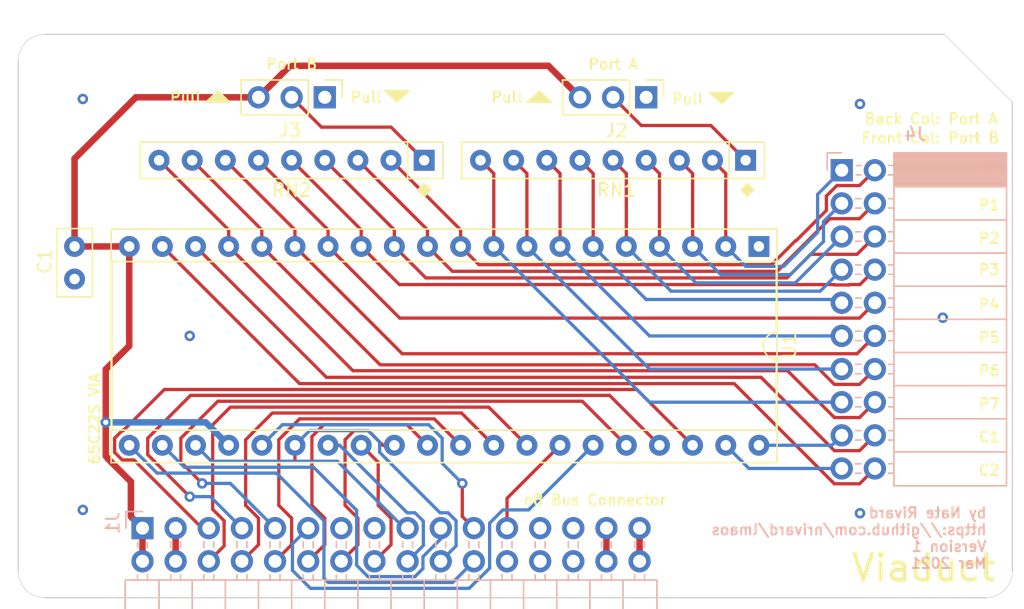
<source format=kicad_pcb>
(kicad_pcb (version 20171130) (host pcbnew "(5.1.9-0-10_14)")

  (general
    (thickness 1.6)
    (drawings 38)
    (tracks 278)
    (zones 0)
    (modules 8)
    (nets 50)
  )

  (page A4)
  (layers
    (0 F.Cu signal)
    (31 B.Cu signal hide)
    (32 B.Adhes user)
    (33 F.Adhes user)
    (34 B.Paste user)
    (35 F.Paste user)
    (36 B.SilkS user)
    (37 F.SilkS user)
    (38 B.Mask user)
    (39 F.Mask user)
    (40 Dwgs.User user)
    (41 Cmts.User user)
    (42 Eco1.User user)
    (43 Eco2.User user)
    (44 Edge.Cuts user)
    (45 Margin user)
    (46 B.CrtYd user)
    (47 F.CrtYd user)
    (48 B.Fab user)
    (49 F.Fab user)
  )

  (setup
    (last_trace_width 0.25)
    (trace_clearance 0.2)
    (zone_clearance 0.508)
    (zone_45_only no)
    (trace_min 0.154)
    (via_size 0.8)
    (via_drill 0.4)
    (via_min_size 0.4)
    (via_min_drill 0.3)
    (uvia_size 0.3)
    (uvia_drill 0.1)
    (uvias_allowed no)
    (uvia_min_size 0.2)
    (uvia_min_drill 0.1)
    (edge_width 0.05)
    (segment_width 0.2)
    (pcb_text_width 0.3)
    (pcb_text_size 1.5 1.5)
    (mod_edge_width 0.12)
    (mod_text_size 0.8 0.8)
    (mod_text_width 0.15)
    (pad_size 1.524 1.524)
    (pad_drill 0.762)
    (pad_to_mask_clearance 0)
    (aux_axis_origin 0 0)
    (visible_elements FFFFFF7F)
    (pcbplotparams
      (layerselection 0x010fc_ffffffff)
      (usegerberextensions false)
      (usegerberattributes true)
      (usegerberadvancedattributes true)
      (creategerberjobfile true)
      (excludeedgelayer true)
      (linewidth 0.100000)
      (plotframeref false)
      (viasonmask false)
      (mode 1)
      (useauxorigin false)
      (hpglpennumber 1)
      (hpglpenspeed 20)
      (hpglpendiameter 15.000000)
      (psnegative false)
      (psa4output false)
      (plotreference true)
      (plotvalue true)
      (plotinvisibletext false)
      (padsonsilk false)
      (subtractmaskfromsilk false)
      (outputformat 1)
      (mirror false)
      (drillshape 1)
      (scaleselection 1)
      (outputdirectory ""))
  )

  (net 0 "")
  (net 1 "Net-(J1-Pad28)")
  (net 2 "Net-(J1-Pad27)")
  (net 3 "Net-(J1-Pad26)")
  (net 4 "Net-(J1-Pad25)")
  (net 5 "Net-(J1-Pad15)")
  (net 6 "Net-(J1-Pad13)")
  (net 7 GND)
  (net 8 +5V)
  (net 9 ~RES)
  (net 10 ~IRQ)
  (net 11 CLK)
  (net 12 /D7)
  (net 13 R~W)
  (net 14 /D6)
  (net 15 ~CS)
  (net 16 /D5)
  (net 17 /D4)
  (net 18 /D3)
  (net 19 /RS3)
  (net 20 /D2)
  (net 21 /RS2)
  (net 22 /D1)
  (net 23 /RS1)
  (net 24 /D0)
  (net 25 /RS0)
  (net 26 /PA7)
  (net 27 /PA6)
  (net 28 /PA5)
  (net 29 /PA4)
  (net 30 /PA3)
  (net 31 /PA2)
  (net 32 /PA1)
  (net 33 /PA0)
  (net 34 "Net-(J2-Pad2)")
  (net 35 /PB7)
  (net 36 /PB6)
  (net 37 /PB5)
  (net 38 /PB4)
  (net 39 /PB3)
  (net 40 /PB2)
  (net 41 /PB1)
  (net 42 /PB0)
  (net 43 "Net-(J3-Pad2)")
  (net 44 CA2)
  (net 45 CA1)
  (net 46 CB2)
  (net 47 CB1)
  (net 48 "Net-(J1-Pad24)")
  (net 49 "Net-(J1-Pad29)")

  (net_class Default "This is the default net class."
    (clearance 0.2)
    (trace_width 0.25)
    (via_dia 0.8)
    (via_drill 0.4)
    (uvia_dia 0.3)
    (uvia_drill 0.1)
    (add_net /D0)
    (add_net /D1)
    (add_net /D2)
    (add_net /D3)
    (add_net /D4)
    (add_net /D5)
    (add_net /D6)
    (add_net /D7)
    (add_net /PA0)
    (add_net /PA1)
    (add_net /PA2)
    (add_net /PA3)
    (add_net /PA4)
    (add_net /PA5)
    (add_net /PA6)
    (add_net /PA7)
    (add_net /PB0)
    (add_net /PB1)
    (add_net /PB2)
    (add_net /PB3)
    (add_net /PB4)
    (add_net /PB5)
    (add_net /PB6)
    (add_net /PB7)
    (add_net /RS0)
    (add_net /RS1)
    (add_net /RS2)
    (add_net /RS3)
    (add_net CA1)
    (add_net CA2)
    (add_net CB1)
    (add_net CB2)
    (add_net CLK)
    (add_net "Net-(J1-Pad13)")
    (add_net "Net-(J1-Pad15)")
    (add_net "Net-(J1-Pad24)")
    (add_net "Net-(J1-Pad25)")
    (add_net "Net-(J1-Pad26)")
    (add_net "Net-(J1-Pad27)")
    (add_net "Net-(J1-Pad28)")
    (add_net "Net-(J1-Pad29)")
    (add_net "Net-(J2-Pad2)")
    (add_net "Net-(J3-Pad2)")
    (add_net R~W)
    (add_net ~CS)
    (add_net ~IRQ)
    (add_net ~RES)
  )

  (net_class Power ""
    (clearance 0.3)
    (trace_width 0.5)
    (via_dia 0.8)
    (via_drill 0.4)
    (uvia_dia 0.3)
    (uvia_drill 0.1)
    (add_net +5V)
    (add_net GND)
  )

  (module Connector_PinSocket_2.54mm:PinSocket_2x10_P2.54mm_Horizontal (layer B.Cu) (tedit 5A19A430) (tstamp 604A850F)
    (at 174.498 102.616 180)
    (descr "Through hole angled socket strip, 2x10, 2.54mm pitch, 8.51mm socket length, double cols (from Kicad 4.0.7), script generated")
    (tags "Through hole angled socket strip THT 2x10 2.54mm double row")
    (path /6064F493)
    (fp_text reference J4 (at -5.65 2.77) (layer B.SilkS)
      (effects (font (size 1 1) (thickness 0.15)) (justify mirror))
    )
    (fp_text value Conn_01x10 (at -5.65 -25.63) (layer B.Fab)
      (effects (font (size 1 1) (thickness 0.15)) (justify mirror))
    )
    (fp_line (start -12.57 1.27) (end -5.03 1.27) (layer B.Fab) (width 0.1))
    (fp_line (start -5.03 1.27) (end -4.06 0.3) (layer B.Fab) (width 0.1))
    (fp_line (start -4.06 0.3) (end -4.06 -24.13) (layer B.Fab) (width 0.1))
    (fp_line (start -4.06 -24.13) (end -12.57 -24.13) (layer B.Fab) (width 0.1))
    (fp_line (start -12.57 -24.13) (end -12.57 1.27) (layer B.Fab) (width 0.1))
    (fp_line (start 0 0.3) (end -4.06 0.3) (layer B.Fab) (width 0.1))
    (fp_line (start -4.06 -0.3) (end 0 -0.3) (layer B.Fab) (width 0.1))
    (fp_line (start 0 -0.3) (end 0 0.3) (layer B.Fab) (width 0.1))
    (fp_line (start 0 -2.24) (end -4.06 -2.24) (layer B.Fab) (width 0.1))
    (fp_line (start -4.06 -2.84) (end 0 -2.84) (layer B.Fab) (width 0.1))
    (fp_line (start 0 -2.84) (end 0 -2.24) (layer B.Fab) (width 0.1))
    (fp_line (start 0 -4.78) (end -4.06 -4.78) (layer B.Fab) (width 0.1))
    (fp_line (start -4.06 -5.38) (end 0 -5.38) (layer B.Fab) (width 0.1))
    (fp_line (start 0 -5.38) (end 0 -4.78) (layer B.Fab) (width 0.1))
    (fp_line (start 0 -7.32) (end -4.06 -7.32) (layer B.Fab) (width 0.1))
    (fp_line (start -4.06 -7.92) (end 0 -7.92) (layer B.Fab) (width 0.1))
    (fp_line (start 0 -7.92) (end 0 -7.32) (layer B.Fab) (width 0.1))
    (fp_line (start 0 -9.86) (end -4.06 -9.86) (layer B.Fab) (width 0.1))
    (fp_line (start -4.06 -10.46) (end 0 -10.46) (layer B.Fab) (width 0.1))
    (fp_line (start 0 -10.46) (end 0 -9.86) (layer B.Fab) (width 0.1))
    (fp_line (start 0 -12.4) (end -4.06 -12.4) (layer B.Fab) (width 0.1))
    (fp_line (start -4.06 -13) (end 0 -13) (layer B.Fab) (width 0.1))
    (fp_line (start 0 -13) (end 0 -12.4) (layer B.Fab) (width 0.1))
    (fp_line (start 0 -14.94) (end -4.06 -14.94) (layer B.Fab) (width 0.1))
    (fp_line (start -4.06 -15.54) (end 0 -15.54) (layer B.Fab) (width 0.1))
    (fp_line (start 0 -15.54) (end 0 -14.94) (layer B.Fab) (width 0.1))
    (fp_line (start 0 -17.48) (end -4.06 -17.48) (layer B.Fab) (width 0.1))
    (fp_line (start -4.06 -18.08) (end 0 -18.08) (layer B.Fab) (width 0.1))
    (fp_line (start 0 -18.08) (end 0 -17.48) (layer B.Fab) (width 0.1))
    (fp_line (start 0 -20.02) (end -4.06 -20.02) (layer B.Fab) (width 0.1))
    (fp_line (start -4.06 -20.62) (end 0 -20.62) (layer B.Fab) (width 0.1))
    (fp_line (start 0 -20.62) (end 0 -20.02) (layer B.Fab) (width 0.1))
    (fp_line (start 0 -22.56) (end -4.06 -22.56) (layer B.Fab) (width 0.1))
    (fp_line (start -4.06 -23.16) (end 0 -23.16) (layer B.Fab) (width 0.1))
    (fp_line (start 0 -23.16) (end 0 -22.56) (layer B.Fab) (width 0.1))
    (fp_line (start -12.63 1.21) (end -4 1.21) (layer B.SilkS) (width 0.12))
    (fp_line (start -12.63 1.091905) (end -4 1.091905) (layer B.SilkS) (width 0.12))
    (fp_line (start -12.63 0.97381) (end -4 0.97381) (layer B.SilkS) (width 0.12))
    (fp_line (start -12.63 0.855715) (end -4 0.855715) (layer B.SilkS) (width 0.12))
    (fp_line (start -12.63 0.73762) (end -4 0.73762) (layer B.SilkS) (width 0.12))
    (fp_line (start -12.63 0.619525) (end -4 0.619525) (layer B.SilkS) (width 0.12))
    (fp_line (start -12.63 0.50143) (end -4 0.50143) (layer B.SilkS) (width 0.12))
    (fp_line (start -12.63 0.383335) (end -4 0.383335) (layer B.SilkS) (width 0.12))
    (fp_line (start -12.63 0.26524) (end -4 0.26524) (layer B.SilkS) (width 0.12))
    (fp_line (start -12.63 0.147145) (end -4 0.147145) (layer B.SilkS) (width 0.12))
    (fp_line (start -12.63 0.02905) (end -4 0.02905) (layer B.SilkS) (width 0.12))
    (fp_line (start -12.63 -0.089045) (end -4 -0.089045) (layer B.SilkS) (width 0.12))
    (fp_line (start -12.63 -0.20714) (end -4 -0.20714) (layer B.SilkS) (width 0.12))
    (fp_line (start -12.63 -0.325235) (end -4 -0.325235) (layer B.SilkS) (width 0.12))
    (fp_line (start -12.63 -0.44333) (end -4 -0.44333) (layer B.SilkS) (width 0.12))
    (fp_line (start -12.63 -0.561425) (end -4 -0.561425) (layer B.SilkS) (width 0.12))
    (fp_line (start -12.63 -0.67952) (end -4 -0.67952) (layer B.SilkS) (width 0.12))
    (fp_line (start -12.63 -0.797615) (end -4 -0.797615) (layer B.SilkS) (width 0.12))
    (fp_line (start -12.63 -0.91571) (end -4 -0.91571) (layer B.SilkS) (width 0.12))
    (fp_line (start -12.63 -1.033805) (end -4 -1.033805) (layer B.SilkS) (width 0.12))
    (fp_line (start -12.63 -1.1519) (end -4 -1.1519) (layer B.SilkS) (width 0.12))
    (fp_line (start -4 0.36) (end -3.59 0.36) (layer B.SilkS) (width 0.12))
    (fp_line (start -1.49 0.36) (end -1.11 0.36) (layer B.SilkS) (width 0.12))
    (fp_line (start -4 -0.36) (end -3.59 -0.36) (layer B.SilkS) (width 0.12))
    (fp_line (start -1.49 -0.36) (end -1.11 -0.36) (layer B.SilkS) (width 0.12))
    (fp_line (start -4 -2.18) (end -3.59 -2.18) (layer B.SilkS) (width 0.12))
    (fp_line (start -1.49 -2.18) (end -1.05 -2.18) (layer B.SilkS) (width 0.12))
    (fp_line (start -4 -2.9) (end -3.59 -2.9) (layer B.SilkS) (width 0.12))
    (fp_line (start -1.49 -2.9) (end -1.05 -2.9) (layer B.SilkS) (width 0.12))
    (fp_line (start -4 -4.72) (end -3.59 -4.72) (layer B.SilkS) (width 0.12))
    (fp_line (start -1.49 -4.72) (end -1.05 -4.72) (layer B.SilkS) (width 0.12))
    (fp_line (start -4 -5.44) (end -3.59 -5.44) (layer B.SilkS) (width 0.12))
    (fp_line (start -1.49 -5.44) (end -1.05 -5.44) (layer B.SilkS) (width 0.12))
    (fp_line (start -4 -7.26) (end -3.59 -7.26) (layer B.SilkS) (width 0.12))
    (fp_line (start -1.49 -7.26) (end -1.05 -7.26) (layer B.SilkS) (width 0.12))
    (fp_line (start -4 -7.98) (end -3.59 -7.98) (layer B.SilkS) (width 0.12))
    (fp_line (start -1.49 -7.98) (end -1.05 -7.98) (layer B.SilkS) (width 0.12))
    (fp_line (start -4 -9.8) (end -3.59 -9.8) (layer B.SilkS) (width 0.12))
    (fp_line (start -1.49 -9.8) (end -1.05 -9.8) (layer B.SilkS) (width 0.12))
    (fp_line (start -4 -10.52) (end -3.59 -10.52) (layer B.SilkS) (width 0.12))
    (fp_line (start -1.49 -10.52) (end -1.05 -10.52) (layer B.SilkS) (width 0.12))
    (fp_line (start -4 -12.34) (end -3.59 -12.34) (layer B.SilkS) (width 0.12))
    (fp_line (start -1.49 -12.34) (end -1.05 -12.34) (layer B.SilkS) (width 0.12))
    (fp_line (start -4 -13.06) (end -3.59 -13.06) (layer B.SilkS) (width 0.12))
    (fp_line (start -1.49 -13.06) (end -1.05 -13.06) (layer B.SilkS) (width 0.12))
    (fp_line (start -4 -14.88) (end -3.59 -14.88) (layer B.SilkS) (width 0.12))
    (fp_line (start -1.49 -14.88) (end -1.05 -14.88) (layer B.SilkS) (width 0.12))
    (fp_line (start -4 -15.6) (end -3.59 -15.6) (layer B.SilkS) (width 0.12))
    (fp_line (start -1.49 -15.6) (end -1.05 -15.6) (layer B.SilkS) (width 0.12))
    (fp_line (start -4 -17.42) (end -3.59 -17.42) (layer B.SilkS) (width 0.12))
    (fp_line (start -1.49 -17.42) (end -1.05 -17.42) (layer B.SilkS) (width 0.12))
    (fp_line (start -4 -18.14) (end -3.59 -18.14) (layer B.SilkS) (width 0.12))
    (fp_line (start -1.49 -18.14) (end -1.05 -18.14) (layer B.SilkS) (width 0.12))
    (fp_line (start -4 -19.96) (end -3.59 -19.96) (layer B.SilkS) (width 0.12))
    (fp_line (start -1.49 -19.96) (end -1.05 -19.96) (layer B.SilkS) (width 0.12))
    (fp_line (start -4 -20.68) (end -3.59 -20.68) (layer B.SilkS) (width 0.12))
    (fp_line (start -1.49 -20.68) (end -1.05 -20.68) (layer B.SilkS) (width 0.12))
    (fp_line (start -4 -22.5) (end -3.59 -22.5) (layer B.SilkS) (width 0.12))
    (fp_line (start -1.49 -22.5) (end -1.05 -22.5) (layer B.SilkS) (width 0.12))
    (fp_line (start -4 -23.22) (end -3.59 -23.22) (layer B.SilkS) (width 0.12))
    (fp_line (start -1.49 -23.22) (end -1.05 -23.22) (layer B.SilkS) (width 0.12))
    (fp_line (start -12.63 -1.27) (end -4 -1.27) (layer B.SilkS) (width 0.12))
    (fp_line (start -12.63 -3.81) (end -4 -3.81) (layer B.SilkS) (width 0.12))
    (fp_line (start -12.63 -6.35) (end -4 -6.35) (layer B.SilkS) (width 0.12))
    (fp_line (start -12.63 -8.89) (end -4 -8.89) (layer B.SilkS) (width 0.12))
    (fp_line (start -12.63 -11.43) (end -4 -11.43) (layer B.SilkS) (width 0.12))
    (fp_line (start -12.63 -13.97) (end -4 -13.97) (layer B.SilkS) (width 0.12))
    (fp_line (start -12.63 -16.51) (end -4 -16.51) (layer B.SilkS) (width 0.12))
    (fp_line (start -12.63 -19.05) (end -4 -19.05) (layer B.SilkS) (width 0.12))
    (fp_line (start -12.63 -21.59) (end -4 -21.59) (layer B.SilkS) (width 0.12))
    (fp_line (start -12.63 1.33) (end -4 1.33) (layer B.SilkS) (width 0.12))
    (fp_line (start -4 1.33) (end -4 -24.19) (layer B.SilkS) (width 0.12))
    (fp_line (start -12.63 -24.19) (end -4 -24.19) (layer B.SilkS) (width 0.12))
    (fp_line (start -12.63 1.33) (end -12.63 -24.19) (layer B.SilkS) (width 0.12))
    (fp_line (start 1.11 1.33) (end 1.11 0) (layer B.SilkS) (width 0.12))
    (fp_line (start 0 1.33) (end 1.11 1.33) (layer B.SilkS) (width 0.12))
    (fp_line (start 1.8 1.75) (end -13.05 1.75) (layer B.CrtYd) (width 0.05))
    (fp_line (start -13.05 1.75) (end -13.05 -24.65) (layer B.CrtYd) (width 0.05))
    (fp_line (start -13.05 -24.65) (end 1.8 -24.65) (layer B.CrtYd) (width 0.05))
    (fp_line (start 1.8 -24.65) (end 1.8 1.75) (layer B.CrtYd) (width 0.05))
    (fp_text user %R (at -8.315 -11.43 270) (layer B.Fab)
      (effects (font (size 1 1) (thickness 0.15)) (justify mirror))
    )
    (pad 20 thru_hole oval (at -2.54 -22.86 180) (size 1.7 1.7) (drill 1) (layers *.Cu *.Mask)
      (net 46 CB2))
    (pad 19 thru_hole oval (at 0 -22.86 180) (size 1.7 1.7) (drill 1) (layers *.Cu *.Mask)
      (net 44 CA2))
    (pad 18 thru_hole oval (at -2.54 -20.32 180) (size 1.7 1.7) (drill 1) (layers *.Cu *.Mask)
      (net 47 CB1))
    (pad 17 thru_hole oval (at 0 -20.32 180) (size 1.7 1.7) (drill 1) (layers *.Cu *.Mask)
      (net 45 CA1))
    (pad 16 thru_hole oval (at -2.54 -17.78 180) (size 1.7 1.7) (drill 1) (layers *.Cu *.Mask)
      (net 35 /PB7))
    (pad 15 thru_hole oval (at 0 -17.78 180) (size 1.7 1.7) (drill 1) (layers *.Cu *.Mask)
      (net 26 /PA7))
    (pad 14 thru_hole oval (at -2.54 -15.24 180) (size 1.7 1.7) (drill 1) (layers *.Cu *.Mask)
      (net 36 /PB6))
    (pad 13 thru_hole oval (at 0 -15.24 180) (size 1.7 1.7) (drill 1) (layers *.Cu *.Mask)
      (net 27 /PA6))
    (pad 12 thru_hole oval (at -2.54 -12.7 180) (size 1.7 1.7) (drill 1) (layers *.Cu *.Mask)
      (net 37 /PB5))
    (pad 11 thru_hole oval (at 0 -12.7 180) (size 1.7 1.7) (drill 1) (layers *.Cu *.Mask)
      (net 28 /PA5))
    (pad 10 thru_hole oval (at -2.54 -10.16 180) (size 1.7 1.7) (drill 1) (layers *.Cu *.Mask)
      (net 38 /PB4))
    (pad 9 thru_hole oval (at 0 -10.16 180) (size 1.7 1.7) (drill 1) (layers *.Cu *.Mask)
      (net 29 /PA4))
    (pad 8 thru_hole oval (at -2.54 -7.62 180) (size 1.7 1.7) (drill 1) (layers *.Cu *.Mask)
      (net 39 /PB3))
    (pad 7 thru_hole oval (at 0 -7.62 180) (size 1.7 1.7) (drill 1) (layers *.Cu *.Mask)
      (net 30 /PA3))
    (pad 6 thru_hole oval (at -2.54 -5.08 180) (size 1.7 1.7) (drill 1) (layers *.Cu *.Mask)
      (net 40 /PB2))
    (pad 5 thru_hole oval (at 0 -5.08 180) (size 1.7 1.7) (drill 1) (layers *.Cu *.Mask)
      (net 31 /PA2))
    (pad 4 thru_hole oval (at -2.54 -2.54 180) (size 1.7 1.7) (drill 1) (layers *.Cu *.Mask)
      (net 41 /PB1))
    (pad 3 thru_hole oval (at 0 -2.54 180) (size 1.7 1.7) (drill 1) (layers *.Cu *.Mask)
      (net 32 /PA1))
    (pad 2 thru_hole oval (at -2.54 0 180) (size 1.7 1.7) (drill 1) (layers *.Cu *.Mask)
      (net 42 /PB0))
    (pad 1 thru_hole rect (at 0 0 180) (size 1.7 1.7) (drill 1) (layers *.Cu *.Mask)
      (net 33 /PA0))
    (model ${KISYS3DMOD}/Connector_PinSocket_2.54mm.3dshapes/PinSocket_2x10_P2.54mm_Horizontal.wrl
      (at (xyz 0 0 0))
      (scale (xyz 1 1 1))
      (rotate (xyz 0 0 0))
    )
  )

  (module Capacitor_THT:C_Disc_D5.0mm_W2.5mm_P2.50mm (layer F.Cu) (tedit 5AE50EF0) (tstamp 604A94FC)
    (at 115.697 108.458 270)
    (descr "C, Disc series, Radial, pin pitch=2.50mm, , diameter*width=5*2.5mm^2, Capacitor, http://cdn-reichelt.de/documents/datenblatt/B300/DS_KERKO_TC.pdf")
    (tags "C Disc series Radial pin pitch 2.50mm  diameter 5mm width 2.5mm Capacitor")
    (path /607C3594)
    (fp_text reference C1 (at 1.143 2.286 90) (layer F.SilkS)
      (effects (font (size 1 1) (thickness 0.15)))
    )
    (fp_text value 100nf (at 1.25 2.5 90) (layer F.Fab)
      (effects (font (size 1 1) (thickness 0.15)))
    )
    (fp_line (start -1.25 -1.25) (end -1.25 1.25) (layer F.Fab) (width 0.1))
    (fp_line (start -1.25 1.25) (end 3.75 1.25) (layer F.Fab) (width 0.1))
    (fp_line (start 3.75 1.25) (end 3.75 -1.25) (layer F.Fab) (width 0.1))
    (fp_line (start 3.75 -1.25) (end -1.25 -1.25) (layer F.Fab) (width 0.1))
    (fp_line (start -1.37 -1.37) (end 3.87 -1.37) (layer F.SilkS) (width 0.12))
    (fp_line (start -1.37 1.37) (end 3.87 1.37) (layer F.SilkS) (width 0.12))
    (fp_line (start -1.37 -1.37) (end -1.37 1.37) (layer F.SilkS) (width 0.12))
    (fp_line (start 3.87 -1.37) (end 3.87 1.37) (layer F.SilkS) (width 0.12))
    (fp_line (start -1.5 -1.5) (end -1.5 1.5) (layer F.CrtYd) (width 0.05))
    (fp_line (start -1.5 1.5) (end 4 1.5) (layer F.CrtYd) (width 0.05))
    (fp_line (start 4 1.5) (end 4 -1.5) (layer F.CrtYd) (width 0.05))
    (fp_line (start 4 -1.5) (end -1.5 -1.5) (layer F.CrtYd) (width 0.05))
    (fp_text user %R (at 1.25 0 90) (layer F.Fab)
      (effects (font (size 1 1) (thickness 0.15)))
    )
    (pad 2 thru_hole circle (at 2.5 0 270) (size 1.6 1.6) (drill 0.8) (layers *.Cu *.Mask)
      (net 7 GND))
    (pad 1 thru_hole circle (at 0 0 270) (size 1.6 1.6) (drill 0.8) (layers *.Cu *.Mask)
      (net 8 +5V))
    (model ${KISYS3DMOD}/Capacitor_THT.3dshapes/C_Disc_D5.0mm_W2.5mm_P2.50mm.wrl
      (at (xyz 0 0 0))
      (scale (xyz 1 1 1))
      (rotate (xyz 0 0 0))
    )
  )

  (module Connector_PinHeader_2.54mm:PinHeader_1x03_P2.54mm_Vertical (layer F.Cu) (tedit 59FED5CC) (tstamp 604A84A1)
    (at 134.874 97.028 270)
    (descr "Through hole straight pin header, 1x03, 2.54mm pitch, single row")
    (tags "Through hole pin header THT 1x03 2.54mm single row")
    (path /605F1FE3)
    (fp_text reference J3 (at 2.54 2.667 180) (layer F.SilkS)
      (effects (font (size 1 1) (thickness 0.15)))
    )
    (fp_text value Conn_01x03_Male (at 0 7.41 90) (layer F.Fab)
      (effects (font (size 1 1) (thickness 0.15)))
    )
    (fp_line (start -0.635 -1.27) (end 1.27 -1.27) (layer F.Fab) (width 0.1))
    (fp_line (start 1.27 -1.27) (end 1.27 6.35) (layer F.Fab) (width 0.1))
    (fp_line (start 1.27 6.35) (end -1.27 6.35) (layer F.Fab) (width 0.1))
    (fp_line (start -1.27 6.35) (end -1.27 -0.635) (layer F.Fab) (width 0.1))
    (fp_line (start -1.27 -0.635) (end -0.635 -1.27) (layer F.Fab) (width 0.1))
    (fp_line (start -1.33 6.41) (end 1.33 6.41) (layer F.SilkS) (width 0.12))
    (fp_line (start -1.33 1.27) (end -1.33 6.41) (layer F.SilkS) (width 0.12))
    (fp_line (start 1.33 1.27) (end 1.33 6.41) (layer F.SilkS) (width 0.12))
    (fp_line (start -1.33 1.27) (end 1.33 1.27) (layer F.SilkS) (width 0.12))
    (fp_line (start -1.33 0) (end -1.33 -1.33) (layer F.SilkS) (width 0.12))
    (fp_line (start -1.33 -1.33) (end 0 -1.33) (layer F.SilkS) (width 0.12))
    (fp_line (start -1.8 -1.8) (end -1.8 6.85) (layer F.CrtYd) (width 0.05))
    (fp_line (start -1.8 6.85) (end 1.8 6.85) (layer F.CrtYd) (width 0.05))
    (fp_line (start 1.8 6.85) (end 1.8 -1.8) (layer F.CrtYd) (width 0.05))
    (fp_line (start 1.8 -1.8) (end -1.8 -1.8) (layer F.CrtYd) (width 0.05))
    (fp_text user %R (at 0 2.54) (layer F.Fab)
      (effects (font (size 1 1) (thickness 0.15)))
    )
    (pad 3 thru_hole oval (at 0 5.08 270) (size 1.7 1.7) (drill 1) (layers *.Cu *.Mask)
      (net 8 +5V))
    (pad 2 thru_hole oval (at 0 2.54 270) (size 1.7 1.7) (drill 1) (layers *.Cu *.Mask)
      (net 43 "Net-(J3-Pad2)"))
    (pad 1 thru_hole rect (at 0 0 270) (size 1.7 1.7) (drill 1) (layers *.Cu *.Mask)
      (net 7 GND))
    (model ${KISYS3DMOD}/Connector_PinHeader_2.54mm.3dshapes/PinHeader_1x03_P2.54mm_Vertical.wrl
      (at (xyz 0 0 0))
      (scale (xyz 1 1 1))
      (rotate (xyz 0 0 0))
    )
  )

  (module Connector_PinHeader_2.54mm:PinHeader_1x03_P2.54mm_Vertical (layer F.Cu) (tedit 59FED5CC) (tstamp 604A848A)
    (at 159.512 97.028 270)
    (descr "Through hole straight pin header, 1x03, 2.54mm pitch, single row")
    (tags "Through hole pin header THT 1x03 2.54mm single row")
    (path /605854B0)
    (fp_text reference J2 (at 2.54 2.286 180) (layer F.SilkS)
      (effects (font (size 1 1) (thickness 0.15)))
    )
    (fp_text value Conn_01x03_Male (at 0 7.41 90) (layer F.Fab)
      (effects (font (size 1 1) (thickness 0.15)))
    )
    (fp_line (start -0.635 -1.27) (end 1.27 -1.27) (layer F.Fab) (width 0.1))
    (fp_line (start 1.27 -1.27) (end 1.27 6.35) (layer F.Fab) (width 0.1))
    (fp_line (start 1.27 6.35) (end -1.27 6.35) (layer F.Fab) (width 0.1))
    (fp_line (start -1.27 6.35) (end -1.27 -0.635) (layer F.Fab) (width 0.1))
    (fp_line (start -1.27 -0.635) (end -0.635 -1.27) (layer F.Fab) (width 0.1))
    (fp_line (start -1.33 6.41) (end 1.33 6.41) (layer F.SilkS) (width 0.12))
    (fp_line (start -1.33 1.27) (end -1.33 6.41) (layer F.SilkS) (width 0.12))
    (fp_line (start 1.33 1.27) (end 1.33 6.41) (layer F.SilkS) (width 0.12))
    (fp_line (start -1.33 1.27) (end 1.33 1.27) (layer F.SilkS) (width 0.12))
    (fp_line (start -1.33 0) (end -1.33 -1.33) (layer F.SilkS) (width 0.12))
    (fp_line (start -1.33 -1.33) (end 0 -1.33) (layer F.SilkS) (width 0.12))
    (fp_line (start -1.8 -1.8) (end -1.8 6.85) (layer F.CrtYd) (width 0.05))
    (fp_line (start -1.8 6.85) (end 1.8 6.85) (layer F.CrtYd) (width 0.05))
    (fp_line (start 1.8 6.85) (end 1.8 -1.8) (layer F.CrtYd) (width 0.05))
    (fp_line (start 1.8 -1.8) (end -1.8 -1.8) (layer F.CrtYd) (width 0.05))
    (fp_text user %R (at 0 2.54) (layer F.Fab)
      (effects (font (size 1 1) (thickness 0.15)))
    )
    (pad 3 thru_hole oval (at 0 5.08 270) (size 1.7 1.7) (drill 1) (layers *.Cu *.Mask)
      (net 8 +5V))
    (pad 2 thru_hole oval (at 0 2.54 270) (size 1.7 1.7) (drill 1) (layers *.Cu *.Mask)
      (net 34 "Net-(J2-Pad2)"))
    (pad 1 thru_hole rect (at 0 0 270) (size 1.7 1.7) (drill 1) (layers *.Cu *.Mask)
      (net 7 GND))
    (model ${KISYS3DMOD}/Connector_PinHeader_2.54mm.3dshapes/PinHeader_1x03_P2.54mm_Vertical.wrl
      (at (xyz 0 0 0))
      (scale (xyz 1 1 1))
      (rotate (xyz 0 0 0))
    )
  )

  (module Resistor_THT:R_Array_SIP9 (layer F.Cu) (tedit 5A14249F) (tstamp 604A777F)
    (at 142.494 101.854 180)
    (descr "9-pin Resistor SIP pack")
    (tags R)
    (path /605F1FDD)
    (fp_text reference RN2 (at 10.16 -2.286) (layer F.SilkS)
      (effects (font (size 1 1) (thickness 0.15)))
    )
    (fp_text value 3K3 (at 11.43 2.4) (layer F.Fab)
      (effects (font (size 1 1) (thickness 0.15)))
    )
    (fp_line (start -1.29 -1.25) (end -1.29 1.25) (layer F.Fab) (width 0.1))
    (fp_line (start -1.29 1.25) (end 21.61 1.25) (layer F.Fab) (width 0.1))
    (fp_line (start 21.61 1.25) (end 21.61 -1.25) (layer F.Fab) (width 0.1))
    (fp_line (start 21.61 -1.25) (end -1.29 -1.25) (layer F.Fab) (width 0.1))
    (fp_line (start 1.27 -1.25) (end 1.27 1.25) (layer F.Fab) (width 0.1))
    (fp_line (start -1.44 -1.4) (end -1.44 1.4) (layer F.SilkS) (width 0.12))
    (fp_line (start -1.44 1.4) (end 21.76 1.4) (layer F.SilkS) (width 0.12))
    (fp_line (start 21.76 1.4) (end 21.76 -1.4) (layer F.SilkS) (width 0.12))
    (fp_line (start 21.76 -1.4) (end -1.44 -1.4) (layer F.SilkS) (width 0.12))
    (fp_line (start 1.27 -1.4) (end 1.27 1.4) (layer F.SilkS) (width 0.12))
    (fp_line (start -1.7 -1.65) (end -1.7 1.65) (layer F.CrtYd) (width 0.05))
    (fp_line (start -1.7 1.65) (end 22.05 1.65) (layer F.CrtYd) (width 0.05))
    (fp_line (start 22.05 1.65) (end 22.05 -1.65) (layer F.CrtYd) (width 0.05))
    (fp_line (start 22.05 -1.65) (end -1.7 -1.65) (layer F.CrtYd) (width 0.05))
    (fp_text user %R (at 10.16 0) (layer F.Fab)
      (effects (font (size 1 1) (thickness 0.15)))
    )
    (pad 9 thru_hole oval (at 20.32 0 180) (size 1.6 1.6) (drill 0.8) (layers *.Cu *.Mask)
      (net 35 /PB7))
    (pad 8 thru_hole oval (at 17.78 0 180) (size 1.6 1.6) (drill 0.8) (layers *.Cu *.Mask)
      (net 36 /PB6))
    (pad 7 thru_hole oval (at 15.24 0 180) (size 1.6 1.6) (drill 0.8) (layers *.Cu *.Mask)
      (net 37 /PB5))
    (pad 6 thru_hole oval (at 12.7 0 180) (size 1.6 1.6) (drill 0.8) (layers *.Cu *.Mask)
      (net 38 /PB4))
    (pad 5 thru_hole oval (at 10.16 0 180) (size 1.6 1.6) (drill 0.8) (layers *.Cu *.Mask)
      (net 39 /PB3))
    (pad 4 thru_hole oval (at 7.62 0 180) (size 1.6 1.6) (drill 0.8) (layers *.Cu *.Mask)
      (net 40 /PB2))
    (pad 3 thru_hole oval (at 5.08 0 180) (size 1.6 1.6) (drill 0.8) (layers *.Cu *.Mask)
      (net 41 /PB1))
    (pad 2 thru_hole oval (at 2.54 0 180) (size 1.6 1.6) (drill 0.8) (layers *.Cu *.Mask)
      (net 42 /PB0))
    (pad 1 thru_hole rect (at 0 0 180) (size 1.6 1.6) (drill 0.8) (layers *.Cu *.Mask)
      (net 43 "Net-(J3-Pad2)"))
    (model ${KISYS3DMOD}/Resistor_THT.3dshapes/R_Array_SIP9.wrl
      (at (xyz 0 0 0))
      (scale (xyz 1 1 1))
      (rotate (xyz 0 0 0))
    )
  )

  (module Resistor_THT:R_Array_SIP9 (layer F.Cu) (tedit 5A14249F) (tstamp 604A7A13)
    (at 167.132 101.854 180)
    (descr "9-pin Resistor SIP pack")
    (tags R)
    (path /60582475)
    (fp_text reference RN1 (at 9.906 -2.286) (layer F.SilkS)
      (effects (font (size 1 1) (thickness 0.15)))
    )
    (fp_text value 3K3 (at 11.43 2.4) (layer F.Fab)
      (effects (font (size 1 1) (thickness 0.15)))
    )
    (fp_line (start -1.29 -1.25) (end -1.29 1.25) (layer F.Fab) (width 0.1))
    (fp_line (start -1.29 1.25) (end 21.61 1.25) (layer F.Fab) (width 0.1))
    (fp_line (start 21.61 1.25) (end 21.61 -1.25) (layer F.Fab) (width 0.1))
    (fp_line (start 21.61 -1.25) (end -1.29 -1.25) (layer F.Fab) (width 0.1))
    (fp_line (start 1.27 -1.25) (end 1.27 1.25) (layer F.Fab) (width 0.1))
    (fp_line (start -1.44 -1.4) (end -1.44 1.4) (layer F.SilkS) (width 0.12))
    (fp_line (start -1.44 1.4) (end 21.76 1.4) (layer F.SilkS) (width 0.12))
    (fp_line (start 21.76 1.4) (end 21.76 -1.4) (layer F.SilkS) (width 0.12))
    (fp_line (start 21.76 -1.4) (end -1.44 -1.4) (layer F.SilkS) (width 0.12))
    (fp_line (start 1.27 -1.4) (end 1.27 1.4) (layer F.SilkS) (width 0.12))
    (fp_line (start -1.7 -1.65) (end -1.7 1.65) (layer F.CrtYd) (width 0.05))
    (fp_line (start -1.7 1.65) (end 22.05 1.65) (layer F.CrtYd) (width 0.05))
    (fp_line (start 22.05 1.65) (end 22.05 -1.65) (layer F.CrtYd) (width 0.05))
    (fp_line (start 22.05 -1.65) (end -1.7 -1.65) (layer F.CrtYd) (width 0.05))
    (fp_text user %R (at 10.16 0) (layer F.Fab)
      (effects (font (size 1 1) (thickness 0.15)))
    )
    (pad 9 thru_hole oval (at 20.32 0 180) (size 1.6 1.6) (drill 0.8) (layers *.Cu *.Mask)
      (net 26 /PA7))
    (pad 8 thru_hole oval (at 17.78 0 180) (size 1.6 1.6) (drill 0.8) (layers *.Cu *.Mask)
      (net 27 /PA6))
    (pad 7 thru_hole oval (at 15.24 0 180) (size 1.6 1.6) (drill 0.8) (layers *.Cu *.Mask)
      (net 28 /PA5))
    (pad 6 thru_hole oval (at 12.7 0 180) (size 1.6 1.6) (drill 0.8) (layers *.Cu *.Mask)
      (net 29 /PA4))
    (pad 5 thru_hole oval (at 10.16 0 180) (size 1.6 1.6) (drill 0.8) (layers *.Cu *.Mask)
      (net 30 /PA3))
    (pad 4 thru_hole oval (at 7.62 0 180) (size 1.6 1.6) (drill 0.8) (layers *.Cu *.Mask)
      (net 31 /PA2))
    (pad 3 thru_hole oval (at 5.08 0 180) (size 1.6 1.6) (drill 0.8) (layers *.Cu *.Mask)
      (net 32 /PA1))
    (pad 2 thru_hole oval (at 2.54 0 180) (size 1.6 1.6) (drill 0.8) (layers *.Cu *.Mask)
      (net 33 /PA0))
    (pad 1 thru_hole rect (at 0 0 180) (size 1.6 1.6) (drill 0.8) (layers *.Cu *.Mask)
      (net 34 "Net-(J2-Pad2)"))
    (model ${KISYS3DMOD}/Resistor_THT.3dshapes/R_Array_SIP9.wrl
      (at (xyz 0 0 0))
      (scale (xyz 1 1 1))
      (rotate (xyz 0 0 0))
    )
  )

  (module Connector_PinHeader_2.54mm:PinHeader_2x16_P2.54mm_Horizontal (layer B.Cu) (tedit 59FED5CB) (tstamp 604A62CE)
    (at 120.904 130.048 270)
    (descr "Through hole angled pin header, 2x16, 2.54mm pitch, 6mm pin length, double rows")
    (tags "Through hole angled pin header THT 2x16 2.54mm double row")
    (path /604A3D9D)
    (fp_text reference J1 (at -0.381 2.286 90) (layer B.SilkS)
      (effects (font (size 1 1) (thickness 0.15)) (justify mirror))
    )
    (fp_text value "n8 Bus" (at 5.655 -40.37 90) (layer B.Fab)
      (effects (font (size 1 1) (thickness 0.15)) (justify mirror))
    )
    (fp_line (start 4.675 1.27) (end 6.58 1.27) (layer B.Fab) (width 0.1))
    (fp_line (start 6.58 1.27) (end 6.58 -39.37) (layer B.Fab) (width 0.1))
    (fp_line (start 6.58 -39.37) (end 4.04 -39.37) (layer B.Fab) (width 0.1))
    (fp_line (start 4.04 -39.37) (end 4.04 0.635) (layer B.Fab) (width 0.1))
    (fp_line (start 4.04 0.635) (end 4.675 1.27) (layer B.Fab) (width 0.1))
    (fp_line (start -0.32 0.32) (end 4.04 0.32) (layer B.Fab) (width 0.1))
    (fp_line (start -0.32 0.32) (end -0.32 -0.32) (layer B.Fab) (width 0.1))
    (fp_line (start -0.32 -0.32) (end 4.04 -0.32) (layer B.Fab) (width 0.1))
    (fp_line (start 6.58 0.32) (end 12.58 0.32) (layer B.Fab) (width 0.1))
    (fp_line (start 12.58 0.32) (end 12.58 -0.32) (layer B.Fab) (width 0.1))
    (fp_line (start 6.58 -0.32) (end 12.58 -0.32) (layer B.Fab) (width 0.1))
    (fp_line (start -0.32 -2.22) (end 4.04 -2.22) (layer B.Fab) (width 0.1))
    (fp_line (start -0.32 -2.22) (end -0.32 -2.86) (layer B.Fab) (width 0.1))
    (fp_line (start -0.32 -2.86) (end 4.04 -2.86) (layer B.Fab) (width 0.1))
    (fp_line (start 6.58 -2.22) (end 12.58 -2.22) (layer B.Fab) (width 0.1))
    (fp_line (start 12.58 -2.22) (end 12.58 -2.86) (layer B.Fab) (width 0.1))
    (fp_line (start 6.58 -2.86) (end 12.58 -2.86) (layer B.Fab) (width 0.1))
    (fp_line (start -0.32 -4.76) (end 4.04 -4.76) (layer B.Fab) (width 0.1))
    (fp_line (start -0.32 -4.76) (end -0.32 -5.4) (layer B.Fab) (width 0.1))
    (fp_line (start -0.32 -5.4) (end 4.04 -5.4) (layer B.Fab) (width 0.1))
    (fp_line (start 6.58 -4.76) (end 12.58 -4.76) (layer B.Fab) (width 0.1))
    (fp_line (start 12.58 -4.76) (end 12.58 -5.4) (layer B.Fab) (width 0.1))
    (fp_line (start 6.58 -5.4) (end 12.58 -5.4) (layer B.Fab) (width 0.1))
    (fp_line (start -0.32 -7.3) (end 4.04 -7.3) (layer B.Fab) (width 0.1))
    (fp_line (start -0.32 -7.3) (end -0.32 -7.94) (layer B.Fab) (width 0.1))
    (fp_line (start -0.32 -7.94) (end 4.04 -7.94) (layer B.Fab) (width 0.1))
    (fp_line (start 6.58 -7.3) (end 12.58 -7.3) (layer B.Fab) (width 0.1))
    (fp_line (start 12.58 -7.3) (end 12.58 -7.94) (layer B.Fab) (width 0.1))
    (fp_line (start 6.58 -7.94) (end 12.58 -7.94) (layer B.Fab) (width 0.1))
    (fp_line (start -0.32 -9.84) (end 4.04 -9.84) (layer B.Fab) (width 0.1))
    (fp_line (start -0.32 -9.84) (end -0.32 -10.48) (layer B.Fab) (width 0.1))
    (fp_line (start -0.32 -10.48) (end 4.04 -10.48) (layer B.Fab) (width 0.1))
    (fp_line (start 6.58 -9.84) (end 12.58 -9.84) (layer B.Fab) (width 0.1))
    (fp_line (start 12.58 -9.84) (end 12.58 -10.48) (layer B.Fab) (width 0.1))
    (fp_line (start 6.58 -10.48) (end 12.58 -10.48) (layer B.Fab) (width 0.1))
    (fp_line (start -0.32 -12.38) (end 4.04 -12.38) (layer B.Fab) (width 0.1))
    (fp_line (start -0.32 -12.38) (end -0.32 -13.02) (layer B.Fab) (width 0.1))
    (fp_line (start -0.32 -13.02) (end 4.04 -13.02) (layer B.Fab) (width 0.1))
    (fp_line (start 6.58 -12.38) (end 12.58 -12.38) (layer B.Fab) (width 0.1))
    (fp_line (start 12.58 -12.38) (end 12.58 -13.02) (layer B.Fab) (width 0.1))
    (fp_line (start 6.58 -13.02) (end 12.58 -13.02) (layer B.Fab) (width 0.1))
    (fp_line (start -0.32 -14.92) (end 4.04 -14.92) (layer B.Fab) (width 0.1))
    (fp_line (start -0.32 -14.92) (end -0.32 -15.56) (layer B.Fab) (width 0.1))
    (fp_line (start -0.32 -15.56) (end 4.04 -15.56) (layer B.Fab) (width 0.1))
    (fp_line (start 6.58 -14.92) (end 12.58 -14.92) (layer B.Fab) (width 0.1))
    (fp_line (start 12.58 -14.92) (end 12.58 -15.56) (layer B.Fab) (width 0.1))
    (fp_line (start 6.58 -15.56) (end 12.58 -15.56) (layer B.Fab) (width 0.1))
    (fp_line (start -0.32 -17.46) (end 4.04 -17.46) (layer B.Fab) (width 0.1))
    (fp_line (start -0.32 -17.46) (end -0.32 -18.1) (layer B.Fab) (width 0.1))
    (fp_line (start -0.32 -18.1) (end 4.04 -18.1) (layer B.Fab) (width 0.1))
    (fp_line (start 6.58 -17.46) (end 12.58 -17.46) (layer B.Fab) (width 0.1))
    (fp_line (start 12.58 -17.46) (end 12.58 -18.1) (layer B.Fab) (width 0.1))
    (fp_line (start 6.58 -18.1) (end 12.58 -18.1) (layer B.Fab) (width 0.1))
    (fp_line (start -0.32 -20) (end 4.04 -20) (layer B.Fab) (width 0.1))
    (fp_line (start -0.32 -20) (end -0.32 -20.64) (layer B.Fab) (width 0.1))
    (fp_line (start -0.32 -20.64) (end 4.04 -20.64) (layer B.Fab) (width 0.1))
    (fp_line (start 6.58 -20) (end 12.58 -20) (layer B.Fab) (width 0.1))
    (fp_line (start 12.58 -20) (end 12.58 -20.64) (layer B.Fab) (width 0.1))
    (fp_line (start 6.58 -20.64) (end 12.58 -20.64) (layer B.Fab) (width 0.1))
    (fp_line (start -0.32 -22.54) (end 4.04 -22.54) (layer B.Fab) (width 0.1))
    (fp_line (start -0.32 -22.54) (end -0.32 -23.18) (layer B.Fab) (width 0.1))
    (fp_line (start -0.32 -23.18) (end 4.04 -23.18) (layer B.Fab) (width 0.1))
    (fp_line (start 6.58 -22.54) (end 12.58 -22.54) (layer B.Fab) (width 0.1))
    (fp_line (start 12.58 -22.54) (end 12.58 -23.18) (layer B.Fab) (width 0.1))
    (fp_line (start 6.58 -23.18) (end 12.58 -23.18) (layer B.Fab) (width 0.1))
    (fp_line (start -0.32 -25.08) (end 4.04 -25.08) (layer B.Fab) (width 0.1))
    (fp_line (start -0.32 -25.08) (end -0.32 -25.72) (layer B.Fab) (width 0.1))
    (fp_line (start -0.32 -25.72) (end 4.04 -25.72) (layer B.Fab) (width 0.1))
    (fp_line (start 6.58 -25.08) (end 12.58 -25.08) (layer B.Fab) (width 0.1))
    (fp_line (start 12.58 -25.08) (end 12.58 -25.72) (layer B.Fab) (width 0.1))
    (fp_line (start 6.58 -25.72) (end 12.58 -25.72) (layer B.Fab) (width 0.1))
    (fp_line (start -0.32 -27.62) (end 4.04 -27.62) (layer B.Fab) (width 0.1))
    (fp_line (start -0.32 -27.62) (end -0.32 -28.26) (layer B.Fab) (width 0.1))
    (fp_line (start -0.32 -28.26) (end 4.04 -28.26) (layer B.Fab) (width 0.1))
    (fp_line (start 6.58 -27.62) (end 12.58 -27.62) (layer B.Fab) (width 0.1))
    (fp_line (start 12.58 -27.62) (end 12.58 -28.26) (layer B.Fab) (width 0.1))
    (fp_line (start 6.58 -28.26) (end 12.58 -28.26) (layer B.Fab) (width 0.1))
    (fp_line (start -0.32 -30.16) (end 4.04 -30.16) (layer B.Fab) (width 0.1))
    (fp_line (start -0.32 -30.16) (end -0.32 -30.8) (layer B.Fab) (width 0.1))
    (fp_line (start -0.32 -30.8) (end 4.04 -30.8) (layer B.Fab) (width 0.1))
    (fp_line (start 6.58 -30.16) (end 12.58 -30.16) (layer B.Fab) (width 0.1))
    (fp_line (start 12.58 -30.16) (end 12.58 -30.8) (layer B.Fab) (width 0.1))
    (fp_line (start 6.58 -30.8) (end 12.58 -30.8) (layer B.Fab) (width 0.1))
    (fp_line (start -0.32 -32.7) (end 4.04 -32.7) (layer B.Fab) (width 0.1))
    (fp_line (start -0.32 -32.7) (end -0.32 -33.34) (layer B.Fab) (width 0.1))
    (fp_line (start -0.32 -33.34) (end 4.04 -33.34) (layer B.Fab) (width 0.1))
    (fp_line (start 6.58 -32.7) (end 12.58 -32.7) (layer B.Fab) (width 0.1))
    (fp_line (start 12.58 -32.7) (end 12.58 -33.34) (layer B.Fab) (width 0.1))
    (fp_line (start 6.58 -33.34) (end 12.58 -33.34) (layer B.Fab) (width 0.1))
    (fp_line (start -0.32 -35.24) (end 4.04 -35.24) (layer B.Fab) (width 0.1))
    (fp_line (start -0.32 -35.24) (end -0.32 -35.88) (layer B.Fab) (width 0.1))
    (fp_line (start -0.32 -35.88) (end 4.04 -35.88) (layer B.Fab) (width 0.1))
    (fp_line (start 6.58 -35.24) (end 12.58 -35.24) (layer B.Fab) (width 0.1))
    (fp_line (start 12.58 -35.24) (end 12.58 -35.88) (layer B.Fab) (width 0.1))
    (fp_line (start 6.58 -35.88) (end 12.58 -35.88) (layer B.Fab) (width 0.1))
    (fp_line (start -0.32 -37.78) (end 4.04 -37.78) (layer B.Fab) (width 0.1))
    (fp_line (start -0.32 -37.78) (end -0.32 -38.42) (layer B.Fab) (width 0.1))
    (fp_line (start -0.32 -38.42) (end 4.04 -38.42) (layer B.Fab) (width 0.1))
    (fp_line (start 6.58 -37.78) (end 12.58 -37.78) (layer B.Fab) (width 0.1))
    (fp_line (start 12.58 -37.78) (end 12.58 -38.42) (layer B.Fab) (width 0.1))
    (fp_line (start 6.58 -38.42) (end 12.58 -38.42) (layer B.Fab) (width 0.1))
    (fp_line (start 3.98 1.33) (end 3.98 -39.43) (layer B.SilkS) (width 0.12))
    (fp_line (start 3.98 -39.43) (end 6.64 -39.43) (layer B.SilkS) (width 0.12))
    (fp_line (start 6.64 -39.43) (end 6.64 1.33) (layer B.SilkS) (width 0.12))
    (fp_line (start 6.64 1.33) (end 3.98 1.33) (layer B.SilkS) (width 0.12))
    (fp_line (start 6.64 0.38) (end 12.64 0.38) (layer B.SilkS) (width 0.12))
    (fp_line (start 12.64 0.38) (end 12.64 -0.38) (layer B.SilkS) (width 0.12))
    (fp_line (start 12.64 -0.38) (end 6.64 -0.38) (layer B.SilkS) (width 0.12))
    (fp_line (start 6.64 0.32) (end 12.64 0.32) (layer B.SilkS) (width 0.12))
    (fp_line (start 6.64 0.2) (end 12.64 0.2) (layer B.SilkS) (width 0.12))
    (fp_line (start 6.64 0.08) (end 12.64 0.08) (layer B.SilkS) (width 0.12))
    (fp_line (start 6.64 -0.04) (end 12.64 -0.04) (layer B.SilkS) (width 0.12))
    (fp_line (start 6.64 -0.16) (end 12.64 -0.16) (layer B.SilkS) (width 0.12))
    (fp_line (start 6.64 -0.28) (end 12.64 -0.28) (layer B.SilkS) (width 0.12))
    (fp_line (start 3.582929 0.38) (end 3.98 0.38) (layer B.SilkS) (width 0.12))
    (fp_line (start 3.582929 -0.38) (end 3.98 -0.38) (layer B.SilkS) (width 0.12))
    (fp_line (start 1.11 0.38) (end 1.497071 0.38) (layer B.SilkS) (width 0.12))
    (fp_line (start 1.11 -0.38) (end 1.497071 -0.38) (layer B.SilkS) (width 0.12))
    (fp_line (start 3.98 -1.27) (end 6.64 -1.27) (layer B.SilkS) (width 0.12))
    (fp_line (start 6.64 -2.16) (end 12.64 -2.16) (layer B.SilkS) (width 0.12))
    (fp_line (start 12.64 -2.16) (end 12.64 -2.92) (layer B.SilkS) (width 0.12))
    (fp_line (start 12.64 -2.92) (end 6.64 -2.92) (layer B.SilkS) (width 0.12))
    (fp_line (start 3.582929 -2.16) (end 3.98 -2.16) (layer B.SilkS) (width 0.12))
    (fp_line (start 3.582929 -2.92) (end 3.98 -2.92) (layer B.SilkS) (width 0.12))
    (fp_line (start 1.042929 -2.16) (end 1.497071 -2.16) (layer B.SilkS) (width 0.12))
    (fp_line (start 1.042929 -2.92) (end 1.497071 -2.92) (layer B.SilkS) (width 0.12))
    (fp_line (start 3.98 -3.81) (end 6.64 -3.81) (layer B.SilkS) (width 0.12))
    (fp_line (start 6.64 -4.7) (end 12.64 -4.7) (layer B.SilkS) (width 0.12))
    (fp_line (start 12.64 -4.7) (end 12.64 -5.46) (layer B.SilkS) (width 0.12))
    (fp_line (start 12.64 -5.46) (end 6.64 -5.46) (layer B.SilkS) (width 0.12))
    (fp_line (start 3.582929 -4.7) (end 3.98 -4.7) (layer B.SilkS) (width 0.12))
    (fp_line (start 3.582929 -5.46) (end 3.98 -5.46) (layer B.SilkS) (width 0.12))
    (fp_line (start 1.042929 -4.7) (end 1.497071 -4.7) (layer B.SilkS) (width 0.12))
    (fp_line (start 1.042929 -5.46) (end 1.497071 -5.46) (layer B.SilkS) (width 0.12))
    (fp_line (start 3.98 -6.35) (end 6.64 -6.35) (layer B.SilkS) (width 0.12))
    (fp_line (start 6.64 -7.24) (end 12.64 -7.24) (layer B.SilkS) (width 0.12))
    (fp_line (start 12.64 -7.24) (end 12.64 -8) (layer B.SilkS) (width 0.12))
    (fp_line (start 12.64 -8) (end 6.64 -8) (layer B.SilkS) (width 0.12))
    (fp_line (start 3.582929 -7.24) (end 3.98 -7.24) (layer B.SilkS) (width 0.12))
    (fp_line (start 3.582929 -8) (end 3.98 -8) (layer B.SilkS) (width 0.12))
    (fp_line (start 1.042929 -7.24) (end 1.497071 -7.24) (layer B.SilkS) (width 0.12))
    (fp_line (start 1.042929 -8) (end 1.497071 -8) (layer B.SilkS) (width 0.12))
    (fp_line (start 3.98 -8.89) (end 6.64 -8.89) (layer B.SilkS) (width 0.12))
    (fp_line (start 6.64 -9.78) (end 12.64 -9.78) (layer B.SilkS) (width 0.12))
    (fp_line (start 12.64 -9.78) (end 12.64 -10.54) (layer B.SilkS) (width 0.12))
    (fp_line (start 12.64 -10.54) (end 6.64 -10.54) (layer B.SilkS) (width 0.12))
    (fp_line (start 3.582929 -9.78) (end 3.98 -9.78) (layer B.SilkS) (width 0.12))
    (fp_line (start 3.582929 -10.54) (end 3.98 -10.54) (layer B.SilkS) (width 0.12))
    (fp_line (start 1.042929 -9.78) (end 1.497071 -9.78) (layer B.SilkS) (width 0.12))
    (fp_line (start 1.042929 -10.54) (end 1.497071 -10.54) (layer B.SilkS) (width 0.12))
    (fp_line (start 3.98 -11.43) (end 6.64 -11.43) (layer B.SilkS) (width 0.12))
    (fp_line (start 6.64 -12.32) (end 12.64 -12.32) (layer B.SilkS) (width 0.12))
    (fp_line (start 12.64 -12.32) (end 12.64 -13.08) (layer B.SilkS) (width 0.12))
    (fp_line (start 12.64 -13.08) (end 6.64 -13.08) (layer B.SilkS) (width 0.12))
    (fp_line (start 3.582929 -12.32) (end 3.98 -12.32) (layer B.SilkS) (width 0.12))
    (fp_line (start 3.582929 -13.08) (end 3.98 -13.08) (layer B.SilkS) (width 0.12))
    (fp_line (start 1.042929 -12.32) (end 1.497071 -12.32) (layer B.SilkS) (width 0.12))
    (fp_line (start 1.042929 -13.08) (end 1.497071 -13.08) (layer B.SilkS) (width 0.12))
    (fp_line (start 3.98 -13.97) (end 6.64 -13.97) (layer B.SilkS) (width 0.12))
    (fp_line (start 6.64 -14.86) (end 12.64 -14.86) (layer B.SilkS) (width 0.12))
    (fp_line (start 12.64 -14.86) (end 12.64 -15.62) (layer B.SilkS) (width 0.12))
    (fp_line (start 12.64 -15.62) (end 6.64 -15.62) (layer B.SilkS) (width 0.12))
    (fp_line (start 3.582929 -14.86) (end 3.98 -14.86) (layer B.SilkS) (width 0.12))
    (fp_line (start 3.582929 -15.62) (end 3.98 -15.62) (layer B.SilkS) (width 0.12))
    (fp_line (start 1.042929 -14.86) (end 1.497071 -14.86) (layer B.SilkS) (width 0.12))
    (fp_line (start 1.042929 -15.62) (end 1.497071 -15.62) (layer B.SilkS) (width 0.12))
    (fp_line (start 3.98 -16.51) (end 6.64 -16.51) (layer B.SilkS) (width 0.12))
    (fp_line (start 6.64 -17.4) (end 12.64 -17.4) (layer B.SilkS) (width 0.12))
    (fp_line (start 12.64 -17.4) (end 12.64 -18.16) (layer B.SilkS) (width 0.12))
    (fp_line (start 12.64 -18.16) (end 6.64 -18.16) (layer B.SilkS) (width 0.12))
    (fp_line (start 3.582929 -17.4) (end 3.98 -17.4) (layer B.SilkS) (width 0.12))
    (fp_line (start 3.582929 -18.16) (end 3.98 -18.16) (layer B.SilkS) (width 0.12))
    (fp_line (start 1.042929 -17.4) (end 1.497071 -17.4) (layer B.SilkS) (width 0.12))
    (fp_line (start 1.042929 -18.16) (end 1.497071 -18.16) (layer B.SilkS) (width 0.12))
    (fp_line (start 3.98 -19.05) (end 6.64 -19.05) (layer B.SilkS) (width 0.12))
    (fp_line (start 6.64 -19.94) (end 12.64 -19.94) (layer B.SilkS) (width 0.12))
    (fp_line (start 12.64 -19.94) (end 12.64 -20.7) (layer B.SilkS) (width 0.12))
    (fp_line (start 12.64 -20.7) (end 6.64 -20.7) (layer B.SilkS) (width 0.12))
    (fp_line (start 3.582929 -19.94) (end 3.98 -19.94) (layer B.SilkS) (width 0.12))
    (fp_line (start 3.582929 -20.7) (end 3.98 -20.7) (layer B.SilkS) (width 0.12))
    (fp_line (start 1.042929 -19.94) (end 1.497071 -19.94) (layer B.SilkS) (width 0.12))
    (fp_line (start 1.042929 -20.7) (end 1.497071 -20.7) (layer B.SilkS) (width 0.12))
    (fp_line (start 3.98 -21.59) (end 6.64 -21.59) (layer B.SilkS) (width 0.12))
    (fp_line (start 6.64 -22.48) (end 12.64 -22.48) (layer B.SilkS) (width 0.12))
    (fp_line (start 12.64 -22.48) (end 12.64 -23.24) (layer B.SilkS) (width 0.12))
    (fp_line (start 12.64 -23.24) (end 6.64 -23.24) (layer B.SilkS) (width 0.12))
    (fp_line (start 3.582929 -22.48) (end 3.98 -22.48) (layer B.SilkS) (width 0.12))
    (fp_line (start 3.582929 -23.24) (end 3.98 -23.24) (layer B.SilkS) (width 0.12))
    (fp_line (start 1.042929 -22.48) (end 1.497071 -22.48) (layer B.SilkS) (width 0.12))
    (fp_line (start 1.042929 -23.24) (end 1.497071 -23.24) (layer B.SilkS) (width 0.12))
    (fp_line (start 3.98 -24.13) (end 6.64 -24.13) (layer B.SilkS) (width 0.12))
    (fp_line (start 6.64 -25.02) (end 12.64 -25.02) (layer B.SilkS) (width 0.12))
    (fp_line (start 12.64 -25.02) (end 12.64 -25.78) (layer B.SilkS) (width 0.12))
    (fp_line (start 12.64 -25.78) (end 6.64 -25.78) (layer B.SilkS) (width 0.12))
    (fp_line (start 3.582929 -25.02) (end 3.98 -25.02) (layer B.SilkS) (width 0.12))
    (fp_line (start 3.582929 -25.78) (end 3.98 -25.78) (layer B.SilkS) (width 0.12))
    (fp_line (start 1.042929 -25.02) (end 1.497071 -25.02) (layer B.SilkS) (width 0.12))
    (fp_line (start 1.042929 -25.78) (end 1.497071 -25.78) (layer B.SilkS) (width 0.12))
    (fp_line (start 3.98 -26.67) (end 6.64 -26.67) (layer B.SilkS) (width 0.12))
    (fp_line (start 6.64 -27.56) (end 12.64 -27.56) (layer B.SilkS) (width 0.12))
    (fp_line (start 12.64 -27.56) (end 12.64 -28.32) (layer B.SilkS) (width 0.12))
    (fp_line (start 12.64 -28.32) (end 6.64 -28.32) (layer B.SilkS) (width 0.12))
    (fp_line (start 3.582929 -27.56) (end 3.98 -27.56) (layer B.SilkS) (width 0.12))
    (fp_line (start 3.582929 -28.32) (end 3.98 -28.32) (layer B.SilkS) (width 0.12))
    (fp_line (start 1.042929 -27.56) (end 1.497071 -27.56) (layer B.SilkS) (width 0.12))
    (fp_line (start 1.042929 -28.32) (end 1.497071 -28.32) (layer B.SilkS) (width 0.12))
    (fp_line (start 3.98 -29.21) (end 6.64 -29.21) (layer B.SilkS) (width 0.12))
    (fp_line (start 6.64 -30.1) (end 12.64 -30.1) (layer B.SilkS) (width 0.12))
    (fp_line (start 12.64 -30.1) (end 12.64 -30.86) (layer B.SilkS) (width 0.12))
    (fp_line (start 12.64 -30.86) (end 6.64 -30.86) (layer B.SilkS) (width 0.12))
    (fp_line (start 3.582929 -30.1) (end 3.98 -30.1) (layer B.SilkS) (width 0.12))
    (fp_line (start 3.582929 -30.86) (end 3.98 -30.86) (layer B.SilkS) (width 0.12))
    (fp_line (start 1.042929 -30.1) (end 1.497071 -30.1) (layer B.SilkS) (width 0.12))
    (fp_line (start 1.042929 -30.86) (end 1.497071 -30.86) (layer B.SilkS) (width 0.12))
    (fp_line (start 3.98 -31.75) (end 6.64 -31.75) (layer B.SilkS) (width 0.12))
    (fp_line (start 6.64 -32.64) (end 12.64 -32.64) (layer B.SilkS) (width 0.12))
    (fp_line (start 12.64 -32.64) (end 12.64 -33.4) (layer B.SilkS) (width 0.12))
    (fp_line (start 12.64 -33.4) (end 6.64 -33.4) (layer B.SilkS) (width 0.12))
    (fp_line (start 3.582929 -32.64) (end 3.98 -32.64) (layer B.SilkS) (width 0.12))
    (fp_line (start 3.582929 -33.4) (end 3.98 -33.4) (layer B.SilkS) (width 0.12))
    (fp_line (start 1.042929 -32.64) (end 1.497071 -32.64) (layer B.SilkS) (width 0.12))
    (fp_line (start 1.042929 -33.4) (end 1.497071 -33.4) (layer B.SilkS) (width 0.12))
    (fp_line (start 3.98 -34.29) (end 6.64 -34.29) (layer B.SilkS) (width 0.12))
    (fp_line (start 6.64 -35.18) (end 12.64 -35.18) (layer B.SilkS) (width 0.12))
    (fp_line (start 12.64 -35.18) (end 12.64 -35.94) (layer B.SilkS) (width 0.12))
    (fp_line (start 12.64 -35.94) (end 6.64 -35.94) (layer B.SilkS) (width 0.12))
    (fp_line (start 3.582929 -35.18) (end 3.98 -35.18) (layer B.SilkS) (width 0.12))
    (fp_line (start 3.582929 -35.94) (end 3.98 -35.94) (layer B.SilkS) (width 0.12))
    (fp_line (start 1.042929 -35.18) (end 1.497071 -35.18) (layer B.SilkS) (width 0.12))
    (fp_line (start 1.042929 -35.94) (end 1.497071 -35.94) (layer B.SilkS) (width 0.12))
    (fp_line (start 3.98 -36.83) (end 6.64 -36.83) (layer B.SilkS) (width 0.12))
    (fp_line (start 6.64 -37.72) (end 12.64 -37.72) (layer B.SilkS) (width 0.12))
    (fp_line (start 12.64 -37.72) (end 12.64 -38.48) (layer B.SilkS) (width 0.12))
    (fp_line (start 12.64 -38.48) (end 6.64 -38.48) (layer B.SilkS) (width 0.12))
    (fp_line (start 3.582929 -37.72) (end 3.98 -37.72) (layer B.SilkS) (width 0.12))
    (fp_line (start 3.582929 -38.48) (end 3.98 -38.48) (layer B.SilkS) (width 0.12))
    (fp_line (start 1.042929 -37.72) (end 1.497071 -37.72) (layer B.SilkS) (width 0.12))
    (fp_line (start 1.042929 -38.48) (end 1.497071 -38.48) (layer B.SilkS) (width 0.12))
    (fp_line (start -1.27 0) (end -1.27 1.27) (layer B.SilkS) (width 0.12))
    (fp_line (start -1.27 1.27) (end 0 1.27) (layer B.SilkS) (width 0.12))
    (fp_line (start -1.8 1.8) (end -1.8 -39.9) (layer B.CrtYd) (width 0.05))
    (fp_line (start -1.8 -39.9) (end 13.1 -39.9) (layer B.CrtYd) (width 0.05))
    (fp_line (start 13.1 -39.9) (end 13.1 1.8) (layer B.CrtYd) (width 0.05))
    (fp_line (start 13.1 1.8) (end -1.8 1.8) (layer B.CrtYd) (width 0.05))
    (fp_text user %R (at 5.31 -19.05 180) (layer B.Fab)
      (effects (font (size 1 1) (thickness 0.15)) (justify mirror))
    )
    (pad 32 thru_hole oval (at 2.54 -38.1 270) (size 1.7 1.7) (drill 1) (layers *.Cu *.Mask)
      (net 7 GND))
    (pad 31 thru_hole oval (at 0 -38.1 270) (size 1.7 1.7) (drill 1) (layers *.Cu *.Mask)
      (net 7 GND))
    (pad 30 thru_hole oval (at 2.54 -35.56 270) (size 1.7 1.7) (drill 1) (layers *.Cu *.Mask)
      (net 49 "Net-(J1-Pad29)"))
    (pad 29 thru_hole oval (at 0 -35.56 270) (size 1.7 1.7) (drill 1) (layers *.Cu *.Mask)
      (net 49 "Net-(J1-Pad29)"))
    (pad 28 thru_hole oval (at 2.54 -33.02 270) (size 1.7 1.7) (drill 1) (layers *.Cu *.Mask)
      (net 1 "Net-(J1-Pad28)"))
    (pad 27 thru_hole oval (at 0 -33.02 270) (size 1.7 1.7) (drill 1) (layers *.Cu *.Mask)
      (net 2 "Net-(J1-Pad27)"))
    (pad 26 thru_hole oval (at 2.54 -30.48 270) (size 1.7 1.7) (drill 1) (layers *.Cu *.Mask)
      (net 3 "Net-(J1-Pad26)"))
    (pad 25 thru_hole oval (at 0 -30.48 270) (size 1.7 1.7) (drill 1) (layers *.Cu *.Mask)
      (net 4 "Net-(J1-Pad25)"))
    (pad 24 thru_hole oval (at 2.54 -27.94 270) (size 1.7 1.7) (drill 1) (layers *.Cu *.Mask)
      (net 48 "Net-(J1-Pad24)"))
    (pad 23 thru_hole oval (at 0 -27.94 270) (size 1.7 1.7) (drill 1) (layers *.Cu *.Mask)
      (net 9 ~RES))
    (pad 22 thru_hole oval (at 2.54 -25.4 270) (size 1.7 1.7) (drill 1) (layers *.Cu *.Mask)
      (net 10 ~IRQ))
    (pad 21 thru_hole oval (at 0 -25.4 270) (size 1.7 1.7) (drill 1) (layers *.Cu *.Mask)
      (net 11 CLK))
    (pad 20 thru_hole oval (at 2.54 -22.86 270) (size 1.7 1.7) (drill 1) (layers *.Cu *.Mask)
      (net 12 /D7))
    (pad 19 thru_hole oval (at 0 -22.86 270) (size 1.7 1.7) (drill 1) (layers *.Cu *.Mask)
      (net 13 R~W))
    (pad 18 thru_hole oval (at 2.54 -20.32 270) (size 1.7 1.7) (drill 1) (layers *.Cu *.Mask)
      (net 14 /D6))
    (pad 17 thru_hole oval (at 0 -20.32 270) (size 1.7 1.7) (drill 1) (layers *.Cu *.Mask)
      (net 15 ~CS))
    (pad 16 thru_hole oval (at 2.54 -17.78 270) (size 1.7 1.7) (drill 1) (layers *.Cu *.Mask)
      (net 16 /D5))
    (pad 15 thru_hole oval (at 0 -17.78 270) (size 1.7 1.7) (drill 1) (layers *.Cu *.Mask)
      (net 5 "Net-(J1-Pad15)"))
    (pad 14 thru_hole oval (at 2.54 -15.24 270) (size 1.7 1.7) (drill 1) (layers *.Cu *.Mask)
      (net 17 /D4))
    (pad 13 thru_hole oval (at 0 -15.24 270) (size 1.7 1.7) (drill 1) (layers *.Cu *.Mask)
      (net 6 "Net-(J1-Pad13)"))
    (pad 12 thru_hole oval (at 2.54 -12.7 270) (size 1.7 1.7) (drill 1) (layers *.Cu *.Mask)
      (net 18 /D3))
    (pad 11 thru_hole oval (at 0 -12.7 270) (size 1.7 1.7) (drill 1) (layers *.Cu *.Mask)
      (net 19 /RS3))
    (pad 10 thru_hole oval (at 2.54 -10.16 270) (size 1.7 1.7) (drill 1) (layers *.Cu *.Mask)
      (net 20 /D2))
    (pad 9 thru_hole oval (at 0 -10.16 270) (size 1.7 1.7) (drill 1) (layers *.Cu *.Mask)
      (net 21 /RS2))
    (pad 8 thru_hole oval (at 2.54 -7.62 270) (size 1.7 1.7) (drill 1) (layers *.Cu *.Mask)
      (net 22 /D1))
    (pad 7 thru_hole oval (at 0 -7.62 270) (size 1.7 1.7) (drill 1) (layers *.Cu *.Mask)
      (net 23 /RS1))
    (pad 6 thru_hole oval (at 2.54 -5.08 270) (size 1.7 1.7) (drill 1) (layers *.Cu *.Mask)
      (net 24 /D0))
    (pad 5 thru_hole oval (at 0 -5.08 270) (size 1.7 1.7) (drill 1) (layers *.Cu *.Mask)
      (net 25 /RS0))
    (pad 4 thru_hole oval (at 2.54 -2.54 270) (size 1.7 1.7) (drill 1) (layers *.Cu *.Mask)
      (net 7 GND))
    (pad 3 thru_hole oval (at 0 -2.54 270) (size 1.7 1.7) (drill 1) (layers *.Cu *.Mask)
      (net 7 GND))
    (pad 2 thru_hole oval (at 2.54 0 270) (size 1.7 1.7) (drill 1) (layers *.Cu *.Mask)
      (net 8 +5V))
    (pad 1 thru_hole rect (at 0 0 270) (size 1.7 1.7) (drill 1) (layers *.Cu *.Mask)
      (net 8 +5V))
    (model ${KISYS3DMOD}/Connector_PinHeader_2.54mm.3dshapes/PinHeader_2x16_P2.54mm_Horizontal.wrl
      (at (xyz 0 0 0))
      (scale (xyz 1 1 1))
      (rotate (xyz 0 0 0))
    )
  )

  (module Package_DIP:DIP-40_W15.24mm_Socket (layer F.Cu) (tedit 5A02E8C5) (tstamp 604A5E41)
    (at 168.148 108.458 270)
    (descr "40-lead though-hole mounted DIP package, row spacing 15.24 mm (600 mils), Socket")
    (tags "THT DIP DIL PDIP 2.54mm 15.24mm 600mil Socket")
    (path /604A0002)
    (fp_text reference U1 (at 7.62 -2.33 90) (layer F.SilkS)
      (effects (font (size 1 1) (thickness 0.15)))
    )
    (fp_text value 65C22S (at 7.62 50.59 90) (layer F.Fab)
      (effects (font (size 1 1) (thickness 0.15)))
    )
    (fp_line (start 16.8 -1.6) (end -1.55 -1.6) (layer F.CrtYd) (width 0.05))
    (fp_line (start 16.8 49.85) (end 16.8 -1.6) (layer F.CrtYd) (width 0.05))
    (fp_line (start -1.55 49.85) (end 16.8 49.85) (layer F.CrtYd) (width 0.05))
    (fp_line (start -1.55 -1.6) (end -1.55 49.85) (layer F.CrtYd) (width 0.05))
    (fp_line (start 16.57 -1.39) (end -1.33 -1.39) (layer F.SilkS) (width 0.12))
    (fp_line (start 16.57 49.65) (end 16.57 -1.39) (layer F.SilkS) (width 0.12))
    (fp_line (start -1.33 49.65) (end 16.57 49.65) (layer F.SilkS) (width 0.12))
    (fp_line (start -1.33 -1.39) (end -1.33 49.65) (layer F.SilkS) (width 0.12))
    (fp_line (start 14.08 -1.33) (end 8.62 -1.33) (layer F.SilkS) (width 0.12))
    (fp_line (start 14.08 49.59) (end 14.08 -1.33) (layer F.SilkS) (width 0.12))
    (fp_line (start 1.16 49.59) (end 14.08 49.59) (layer F.SilkS) (width 0.12))
    (fp_line (start 1.16 -1.33) (end 1.16 49.59) (layer F.SilkS) (width 0.12))
    (fp_line (start 6.62 -1.33) (end 1.16 -1.33) (layer F.SilkS) (width 0.12))
    (fp_line (start 16.51 -1.33) (end -1.27 -1.33) (layer F.Fab) (width 0.1))
    (fp_line (start 16.51 49.59) (end 16.51 -1.33) (layer F.Fab) (width 0.1))
    (fp_line (start -1.27 49.59) (end 16.51 49.59) (layer F.Fab) (width 0.1))
    (fp_line (start -1.27 -1.33) (end -1.27 49.59) (layer F.Fab) (width 0.1))
    (fp_line (start 0.255 -0.27) (end 1.255 -1.27) (layer F.Fab) (width 0.1))
    (fp_line (start 0.255 49.53) (end 0.255 -0.27) (layer F.Fab) (width 0.1))
    (fp_line (start 14.985 49.53) (end 0.255 49.53) (layer F.Fab) (width 0.1))
    (fp_line (start 14.985 -1.27) (end 14.985 49.53) (layer F.Fab) (width 0.1))
    (fp_line (start 1.255 -1.27) (end 14.985 -1.27) (layer F.Fab) (width 0.1))
    (fp_arc (start 7.62 -1.33) (end 6.62 -1.33) (angle -180) (layer F.SilkS) (width 0.12))
    (fp_text user %R (at 7.62 24.13 90) (layer F.Fab)
      (effects (font (size 1 1) (thickness 0.15)))
    )
    (pad 1 thru_hole rect (at 0 0 270) (size 1.6 1.6) (drill 0.8) (layers *.Cu *.Mask)
      (net 7 GND))
    (pad 21 thru_hole oval (at 15.24 48.26 270) (size 1.6 1.6) (drill 0.8) (layers *.Cu *.Mask)
      (net 10 ~IRQ))
    (pad 2 thru_hole oval (at 0 2.54 270) (size 1.6 1.6) (drill 0.8) (layers *.Cu *.Mask)
      (net 33 /PA0))
    (pad 22 thru_hole oval (at 15.24 45.72 270) (size 1.6 1.6) (drill 0.8) (layers *.Cu *.Mask)
      (net 13 R~W))
    (pad 3 thru_hole oval (at 0 5.08 270) (size 1.6 1.6) (drill 0.8) (layers *.Cu *.Mask)
      (net 32 /PA1))
    (pad 23 thru_hole oval (at 15.24 43.18 270) (size 1.6 1.6) (drill 0.8) (layers *.Cu *.Mask)
      (net 15 ~CS))
    (pad 4 thru_hole oval (at 0 7.62 270) (size 1.6 1.6) (drill 0.8) (layers *.Cu *.Mask)
      (net 31 /PA2))
    (pad 24 thru_hole oval (at 15.24 40.64 270) (size 1.6 1.6) (drill 0.8) (layers *.Cu *.Mask)
      (net 8 +5V))
    (pad 5 thru_hole oval (at 0 10.16 270) (size 1.6 1.6) (drill 0.8) (layers *.Cu *.Mask)
      (net 30 /PA3))
    (pad 25 thru_hole oval (at 15.24 38.1 270) (size 1.6 1.6) (drill 0.8) (layers *.Cu *.Mask)
      (net 11 CLK))
    (pad 6 thru_hole oval (at 0 12.7 270) (size 1.6 1.6) (drill 0.8) (layers *.Cu *.Mask)
      (net 29 /PA4))
    (pad 26 thru_hole oval (at 15.24 35.56 270) (size 1.6 1.6) (drill 0.8) (layers *.Cu *.Mask)
      (net 12 /D7))
    (pad 7 thru_hole oval (at 0 15.24 270) (size 1.6 1.6) (drill 0.8) (layers *.Cu *.Mask)
      (net 28 /PA5))
    (pad 27 thru_hole oval (at 15.24 33.02 270) (size 1.6 1.6) (drill 0.8) (layers *.Cu *.Mask)
      (net 14 /D6))
    (pad 8 thru_hole oval (at 0 17.78 270) (size 1.6 1.6) (drill 0.8) (layers *.Cu *.Mask)
      (net 27 /PA6))
    (pad 28 thru_hole oval (at 15.24 30.48 270) (size 1.6 1.6) (drill 0.8) (layers *.Cu *.Mask)
      (net 16 /D5))
    (pad 9 thru_hole oval (at 0 20.32 270) (size 1.6 1.6) (drill 0.8) (layers *.Cu *.Mask)
      (net 26 /PA7))
    (pad 29 thru_hole oval (at 15.24 27.94 270) (size 1.6 1.6) (drill 0.8) (layers *.Cu *.Mask)
      (net 17 /D4))
    (pad 10 thru_hole oval (at 0 22.86 270) (size 1.6 1.6) (drill 0.8) (layers *.Cu *.Mask)
      (net 42 /PB0))
    (pad 30 thru_hole oval (at 15.24 25.4 270) (size 1.6 1.6) (drill 0.8) (layers *.Cu *.Mask)
      (net 18 /D3))
    (pad 11 thru_hole oval (at 0 25.4 270) (size 1.6 1.6) (drill 0.8) (layers *.Cu *.Mask)
      (net 41 /PB1))
    (pad 31 thru_hole oval (at 15.24 22.86 270) (size 1.6 1.6) (drill 0.8) (layers *.Cu *.Mask)
      (net 20 /D2))
    (pad 12 thru_hole oval (at 0 27.94 270) (size 1.6 1.6) (drill 0.8) (layers *.Cu *.Mask)
      (net 40 /PB2))
    (pad 32 thru_hole oval (at 15.24 20.32 270) (size 1.6 1.6) (drill 0.8) (layers *.Cu *.Mask)
      (net 22 /D1))
    (pad 13 thru_hole oval (at 0 30.48 270) (size 1.6 1.6) (drill 0.8) (layers *.Cu *.Mask)
      (net 39 /PB3))
    (pad 33 thru_hole oval (at 15.24 17.78 270) (size 1.6 1.6) (drill 0.8) (layers *.Cu *.Mask)
      (net 24 /D0))
    (pad 14 thru_hole oval (at 0 33.02 270) (size 1.6 1.6) (drill 0.8) (layers *.Cu *.Mask)
      (net 38 /PB4))
    (pad 34 thru_hole oval (at 15.24 15.24 270) (size 1.6 1.6) (drill 0.8) (layers *.Cu *.Mask)
      (net 9 ~RES))
    (pad 15 thru_hole oval (at 0 35.56 270) (size 1.6 1.6) (drill 0.8) (layers *.Cu *.Mask)
      (net 37 /PB5))
    (pad 35 thru_hole oval (at 15.24 12.7 270) (size 1.6 1.6) (drill 0.8) (layers *.Cu *.Mask)
      (net 19 /RS3))
    (pad 16 thru_hole oval (at 0 38.1 270) (size 1.6 1.6) (drill 0.8) (layers *.Cu *.Mask)
      (net 36 /PB6))
    (pad 36 thru_hole oval (at 15.24 10.16 270) (size 1.6 1.6) (drill 0.8) (layers *.Cu *.Mask)
      (net 21 /RS2))
    (pad 17 thru_hole oval (at 0 40.64 270) (size 1.6 1.6) (drill 0.8) (layers *.Cu *.Mask)
      (net 35 /PB7))
    (pad 37 thru_hole oval (at 15.24 7.62 270) (size 1.6 1.6) (drill 0.8) (layers *.Cu *.Mask)
      (net 23 /RS1))
    (pad 18 thru_hole oval (at 0 43.18 270) (size 1.6 1.6) (drill 0.8) (layers *.Cu *.Mask)
      (net 47 CB1))
    (pad 38 thru_hole oval (at 15.24 5.08 270) (size 1.6 1.6) (drill 0.8) (layers *.Cu *.Mask)
      (net 25 /RS0))
    (pad 19 thru_hole oval (at 0 45.72 270) (size 1.6 1.6) (drill 0.8) (layers *.Cu *.Mask)
      (net 46 CB2))
    (pad 39 thru_hole oval (at 15.24 2.54 270) (size 1.6 1.6) (drill 0.8) (layers *.Cu *.Mask)
      (net 44 CA2))
    (pad 20 thru_hole oval (at 0 48.26 270) (size 1.6 1.6) (drill 0.8) (layers *.Cu *.Mask)
      (net 8 +5V))
    (pad 40 thru_hole oval (at 15.24 0 270) (size 1.6 1.6) (drill 0.8) (layers *.Cu *.Mask)
      (net 45 CA1))
    (model ${KISYS3DMOD}/Package_DIP.3dshapes/DIP-40_W15.24mm_Socket.wrl
      (at (xyz 0 0 0))
      (scale (xyz 1 1 1))
      (rotate (xyz 0 0 0))
    )
  )

  (dimension 9.525 (width 0.15) (layer Dwgs.User)
    (gr_text "9.525 mm" (at 116.1415 125.7) (layer Dwgs.User)
      (effects (font (size 1 1) (thickness 0.15)))
    )
    (feature1 (pts (xy 120.904 128.27) (xy 120.904 126.413579)))
    (feature2 (pts (xy 111.379 128.27) (xy 111.379 126.413579)))
    (crossbar (pts (xy 111.379 127) (xy 120.904 127)))
    (arrow1a (pts (xy 120.904 127) (xy 119.777496 127.586421)))
    (arrow1b (pts (xy 120.904 127) (xy 119.777496 126.413579)))
    (arrow2a (pts (xy 111.379 127) (xy 112.505504 127.586421)))
    (arrow2b (pts (xy 111.379 127) (xy 112.505504 126.413579)))
  )
  (dimension 76.2 (width 0.15) (layer Dwgs.User)
    (gr_text "76.200 mm" (at 149.479 90.267) (layer Dwgs.User)
      (effects (font (size 1 1) (thickness 0.15)))
    )
    (feature1 (pts (xy 111.379 93.853) (xy 111.379 90.980579)))
    (feature2 (pts (xy 187.579 93.853) (xy 187.579 90.980579)))
    (crossbar (pts (xy 187.579 91.567) (xy 111.379 91.567)))
    (arrow1a (pts (xy 111.379 91.567) (xy 112.505504 90.980579)))
    (arrow1b (pts (xy 111.379 91.567) (xy 112.505504 92.153421)))
    (arrow2a (pts (xy 187.579 91.567) (xy 186.452496 90.980579)))
    (arrow2b (pts (xy 187.579 91.567) (xy 186.452496 92.153421)))
  )
  (gr_text "by Nate Rivard\nhttps://github.com/nrivard/lmaos\nVersion 1\nMar 2021" (at 185.674 130.81) (layer B.SilkS)
    (effects (font (size 0.8 0.8) (thickness 0.15)) (justify left mirror))
  )
  (gr_text "65C22S VIA" (at 117.221 121.666 90) (layer F.SilkS)
    (effects (font (size 0.8 0.8) (thickness 0.15)))
  )
  (gr_text "n8 Bus Connector" (at 155.575 127.889) (layer F.SilkS)
    (effects (font (size 0.8 0.8) (thickness 0.15)))
  )
  (gr_text Viaduct (at 186.436 133.096) (layer F.SilkS)
    (effects (font (size 2 2) (thickness 0.3)) (justify right))
  )
  (gr_poly (pts (xy 143.002 104.14) (xy 142.494 104.648) (xy 141.986 104.14) (xy 142.494 103.632)) (layer F.SilkS) (width 0.1) (tstamp 604B2A0A))
  (gr_poly (pts (xy 167.767 104.14) (xy 167.259 104.648) (xy 166.751 104.14) (xy 167.259 103.632)) (layer F.SilkS) (width 0.1) (tstamp 604B2A0A))
  (gr_arc (start 113.411 94.234) (end 113.411 92.202) (angle -90) (layer Edge.Cuts) (width 0.05) (tstamp 604B3E05))
  (gr_arc (start 113.411 133.35) (end 111.379 133.35) (angle -90) (layer Edge.Cuts) (width 0.05) (tstamp 604B3E05))
  (gr_arc (start 185.547 133.35) (end 185.547 135.382) (angle -90) (layer Edge.Cuts) (width 0.05))
  (gr_line (start 187.579 97.409) (end 182.372 92.202) (layer Edge.Cuts) (width 0.05))
  (gr_text "Front Col: Port B" (at 181.2925 100.1395) (layer F.SilkS) (tstamp 604B5587)
    (effects (font (size 0.8 0.8) (thickness 0.15)))
  )
  (gr_text "Back Col: Port A" (at 181.356 98.679) (layer F.SilkS) (tstamp 604B558A)
    (effects (font (size 0.8 0.8) (thickness 0.15)))
  )
  (gr_text C2 (at 185.801 125.603) (layer F.SilkS)
    (effects (font (size 0.8 0.8) (thickness 0.15)))
  )
  (gr_text C1 (at 185.801 123.063) (layer F.SilkS)
    (effects (font (size 0.8 0.8) (thickness 0.15)))
  )
  (gr_text P7 (at 185.801 120.523) (layer F.SilkS)
    (effects (font (size 0.8 0.8) (thickness 0.15)))
  )
  (gr_text P6 (at 185.801 117.983) (layer F.SilkS)
    (effects (font (size 0.8 0.8) (thickness 0.15)))
  )
  (gr_text P5 (at 185.801 115.443) (layer F.SilkS) (tstamp 604B55A3)
    (effects (font (size 0.8 0.8) (thickness 0.15)))
  )
  (gr_text P4 (at 185.801 112.903) (layer F.SilkS)
    (effects (font (size 0.8 0.8) (thickness 0.15)))
  )
  (gr_text P3 (at 185.801 110.236) (layer F.SilkS)
    (effects (font (size 0.8 0.8) (thickness 0.15)))
  )
  (gr_text P2 (at 185.801 107.823) (layer F.SilkS)
    (effects (font (size 0.8 0.8) (thickness 0.15)))
  )
  (gr_text P1 (at 185.801 105.283) (layer F.SilkS)
    (effects (font (size 0.8 0.8) (thickness 0.15)))
  )
  (gr_text P0 (at 185.7375 102.743) (layer F.SilkS) (tstamp 604B5594)
    (effects (font (size 0.8 0.8) (thickness 0.15)))
  )
  (gr_poly (pts (xy 151.3205 96.52) (xy 151.4475 96.647) (xy 152.273 97.409) (xy 150.368 97.409)) (layer F.SilkS) (width 0.1) (tstamp 604B3355))
  (gr_poly (pts (xy 126.6825 96.52) (xy 126.8095 96.647) (xy 127.635 97.409) (xy 125.73 97.409)) (layer F.SilkS) (width 0.1) (tstamp 604B3355))
  (gr_poly (pts (xy 165.2905 97.536) (xy 165.1635 97.409) (xy 164.338 96.647) (xy 166.243 96.647)) (layer F.SilkS) (width 0.1) (tstamp 604B3355))
  (gr_poly (pts (xy 140.3985 97.409) (xy 140.2715 97.282) (xy 139.446 96.52) (xy 141.351 96.52)) (layer F.SilkS) (width 0.1))
  (gr_text Pull (at 124.206 97.028) (layer F.SilkS) (tstamp 604B3176)
    (effects (font (size 0.8 0.8) (thickness 0.15)))
  )
  (gr_text Pull (at 138.049 97.028) (layer F.SilkS) (tstamp 604B3176)
    (effects (font (size 0.8 0.8) (thickness 0.15)))
  )
  (gr_text Pull (at 148.844 97.028) (layer F.SilkS) (tstamp 604B3176)
    (effects (font (size 0.8 0.8) (thickness 0.15)))
  )
  (gr_text Pull (at 162.687 97.155) (layer F.SilkS)
    (effects (font (size 0.8 0.8) (thickness 0.15)))
  )
  (gr_text "Port B" (at 132.334 94.488) (layer F.SilkS)
    (effects (font (size 0.8 0.8) (thickness 0.15)))
  )
  (gr_text "Port A" (at 156.972 94.488) (layer F.SilkS)
    (effects (font (size 0.8 0.8) (thickness 0.15)))
  )
  (gr_line (start 187.579 97.409) (end 187.579 133.35) (layer Edge.Cuts) (width 0.1))
  (gr_line (start 113.411 92.202) (end 182.372 92.202) (layer Edge.Cuts) (width 0.1))
  (gr_line (start 111.379 133.35) (end 111.379 94.234) (layer Edge.Cuts) (width 0.1))
  (gr_line (start 185.547 135.382) (end 113.411 135.382) (layer Edge.Cuts) (width 0.1))

  (segment (start 159.004 132.588) (end 159.004 130.048) (width 0.5) (layer F.Cu) (net 7))
  (via (at 175.895 97.536) (size 0.8) (drill 0.4) (layers F.Cu B.Cu) (net 7) (tstamp 604B558D))
  (via (at 175.895 128.905) (size 0.8) (drill 0.4) (layers F.Cu B.Cu) (net 7))
  (via (at 116.332 97.155) (size 0.8) (drill 0.4) (layers F.Cu B.Cu) (net 7))
  (via (at 116.332 128.651) (size 0.8) (drill 0.4) (layers F.Cu B.Cu) (net 7))
  (via (at 182.245 113.919) (size 0.8) (drill 0.4) (layers F.Cu B.Cu) (net 7))
  (segment (start 123.444 132.588) (end 123.444 130.048) (width 0.5) (layer F.Cu) (net 7))
  (via (at 124.5235 115.316) (size 0.8) (drill 0.4) (layers F.Cu B.Cu) (net 7))
  (segment (start 119.888 108.458) (end 115.697 108.458) (width 0.5) (layer F.Cu) (net 8))
  (segment (start 119.888 116.078) (end 119.888 108.458) (width 0.5) (layer F.Cu) (net 8))
  (segment (start 115.697 108.458) (end 115.697 101.727) (width 0.5) (layer F.Cu) (net 8))
  (segment (start 120.396 97.028) (end 129.794 97.028) (width 0.5) (layer F.Cu) (net 8))
  (segment (start 115.697 101.727) (end 120.396 97.028) (width 0.5) (layer F.Cu) (net 8))
  (segment (start 129.794 97.028) (end 132.207 94.615) (width 0.5) (layer F.Cu) (net 8))
  (segment (start 152.019 94.615) (end 154.432 97.028) (width 0.5) (layer F.Cu) (net 8))
  (segment (start 132.207 94.615) (end 152.019 94.615) (width 0.5) (layer F.Cu) (net 8))
  (segment (start 118.087989 117.878011) (end 119.888 116.078) (width 0.5) (layer F.Cu) (net 8))
  (segment (start 118.087989 121.942011) (end 118.087989 117.878011) (width 0.5) (layer F.Cu) (net 8) (tstamp 604B2405))
  (via (at 118.087989 121.942011) (size 0.8) (drill 0.4) (layers F.Cu B.Cu) (net 8))
  (segment (start 125.752011 121.942011) (end 127.508 123.698) (width 0.5) (layer B.Cu) (net 8))
  (segment (start 118.087989 121.942011) (end 125.752011 121.942011) (width 0.5) (layer B.Cu) (net 8))
  (segment (start 118.237 124.66661) (end 118.087989 124.517599) (width 0.5) (layer F.Cu) (net 8))
  (segment (start 120.015 126.492) (end 118.237 124.714) (width 0.5) (layer F.Cu) (net 8))
  (segment (start 120.015 129.159) (end 120.015 126.492) (width 0.5) (layer F.Cu) (net 8))
  (segment (start 120.904 130.048) (end 120.015 129.159) (width 0.5) (layer F.Cu) (net 8))
  (segment (start 118.087989 124.517599) (end 118.087989 121.942011) (width 0.5) (layer F.Cu) (net 8))
  (segment (start 118.237 124.714) (end 118.237 124.66661) (width 0.5) (layer F.Cu) (net 8))
  (segment (start 120.904 132.588) (end 120.904 130.048) (width 0.5) (layer F.Cu) (net 8))
  (segment (start 148.844 127.762) (end 148.844 128.905) (width 0.25) (layer F.Cu) (net 9))
  (segment (start 152.908 123.698) (end 148.844 127.762) (width 0.25) (layer F.Cu) (net 9))
  (segment (start 148.844 128.905) (end 148.844 130.048) (width 0.25) (layer F.Cu) (net 9))
  (segment (start 145.739999 133.152001) (end 146.304 132.588) (width 0.25) (layer B.Cu) (net 10))
  (segment (start 135.141009 134.213011) (end 144.678989 134.213011) (width 0.25) (layer B.Cu) (net 10))
  (segment (start 134.8105 133.882502) (end 135.141009 134.213011) (width 0.25) (layer B.Cu) (net 10))
  (segment (start 134.8105 129.4765) (end 134.8105 133.882502) (width 0.25) (layer B.Cu) (net 10))
  (segment (start 144.678989 134.213011) (end 145.739999 133.152001) (width 0.25) (layer B.Cu) (net 10))
  (segment (start 122.020498 125.830498) (end 131.164498 125.830498) (width 0.25) (layer B.Cu) (net 10))
  (segment (start 131.164498 125.830498) (end 134.8105 129.4765) (width 0.25) (layer B.Cu) (net 10))
  (segment (start 119.888 123.698) (end 122.020498 125.830498) (width 0.25) (layer B.Cu) (net 10))
  (segment (start 145.415 126.619) (end 145.415 126.619) (width 0.25) (layer F.Cu) (net 11) (tstamp 604B206E))
  (via (at 145.415 126.619) (size 0.8) (drill 0.4) (layers F.Cu B.Cu) (net 11))
  (segment (start 131.623011 122.122989) (end 130.048 123.698) (width 0.25) (layer B.Cu) (net 11))
  (segment (start 143.873001 123.157999) (end 142.837991 122.122989) (width 0.25) (layer B.Cu) (net 11))
  (segment (start 143.873001 125.077001) (end 143.873001 123.157999) (width 0.25) (layer B.Cu) (net 11))
  (segment (start 142.837991 122.122989) (end 131.623011 122.122989) (width 0.25) (layer B.Cu) (net 11))
  (segment (start 145.415 126.619) (end 143.873001 125.077001) (width 0.25) (layer B.Cu) (net 11))
  (segment (start 145.415 129.159) (end 145.415 126.619) (width 0.25) (layer F.Cu) (net 11))
  (segment (start 146.304 130.048) (end 145.415 129.159) (width 0.25) (layer F.Cu) (net 11))
  (segment (start 132.588 123.698) (end 132.588 124.968) (width 0.25) (layer F.Cu) (net 12))
  (segment (start 144.939001 129.483999) (end 144.939001 131.412999) (width 0.25) (layer B.Cu) (net 12))
  (segment (start 144.328001 128.872999) (end 144.939001 129.483999) (width 0.25) (layer B.Cu) (net 12))
  (segment (start 139.082999 124.243498) (end 143.7125 128.872999) (width 0.25) (layer B.Cu) (net 12))
  (segment (start 144.939001 131.412999) (end 143.764 132.588) (width 0.25) (layer B.Cu) (net 12))
  (segment (start 138.208001 122.572999) (end 139.082999 123.447997) (width 0.25) (layer B.Cu) (net 12))
  (segment (start 139.082999 123.447997) (end 139.082999 124.243498) (width 0.25) (layer B.Cu) (net 12))
  (segment (start 143.7125 128.872999) (end 144.328001 128.872999) (width 0.25) (layer B.Cu) (net 12))
  (segment (start 133.713001 122.572999) (end 138.208001 122.572999) (width 0.25) (layer B.Cu) (net 12))
  (segment (start 132.588 123.698) (end 133.713001 122.572999) (width 0.25) (layer B.Cu) (net 12))
  (segment (start 142.399001 132.23991) (end 143.764 130.874911) (width 0.25) (layer B.Cu) (net 13))
  (segment (start 141.788001 133.763001) (end 142.399001 133.152001) (width 0.25) (layer B.Cu) (net 13))
  (segment (start 124.110487 125.380487) (end 134.016487 125.380487) (width 0.25) (layer B.Cu) (net 13))
  (segment (start 137.319001 132.898503) (end 138.183499 133.763001) (width 0.25) (layer B.Cu) (net 13))
  (segment (start 138.183499 133.763001) (end 141.788001 133.763001) (width 0.25) (layer B.Cu) (net 13))
  (segment (start 142.399001 133.152001) (end 142.399001 132.23991) (width 0.25) (layer B.Cu) (net 13))
  (segment (start 137.319001 128.683001) (end 137.319001 132.898503) (width 0.25) (layer B.Cu) (net 13))
  (segment (start 134.016487 125.380487) (end 137.319001 128.683001) (width 0.25) (layer B.Cu) (net 13))
  (segment (start 122.428 123.698) (end 124.110487 125.380487) (width 0.25) (layer B.Cu) (net 13))
  (segment (start 143.764 130.874911) (end 143.764 130.048) (width 0.25) (layer B.Cu) (net 13))
  (segment (start 142.4305 131.3815) (end 141.224 132.588) (width 0.25) (layer B.Cu) (net 14))
  (segment (start 142.399001 129.483999) (end 142.399001 129.508501) (width 0.25) (layer B.Cu) (net 14))
  (segment (start 141.788001 128.872999) (end 142.399001 129.483999) (width 0.25) (layer B.Cu) (net 14))
  (segment (start 141.191999 128.872999) (end 141.788001 128.872999) (width 0.25) (layer B.Cu) (net 14))
  (segment (start 136.017 123.698) (end 141.191999 128.872999) (width 0.25) (layer B.Cu) (net 14))
  (segment (start 135.128 123.698) (end 136.017 123.698) (width 0.25) (layer B.Cu) (net 14))
  (segment (start 142.4305 129.54) (end 142.4305 131.3815) (width 0.25) (layer B.Cu) (net 14))
  (segment (start 142.399001 129.508501) (end 142.4305 129.54) (width 0.25) (layer B.Cu) (net 14))
  (segment (start 140.97 130.048) (end 141.224 130.048) (width 0.25) (layer B.Cu) (net 15))
  (segment (start 135.845001 124.923001) (end 140.97 130.048) (width 0.25) (layer B.Cu) (net 15))
  (segment (start 126.193001 124.923001) (end 135.845001 124.923001) (width 0.25) (layer B.Cu) (net 15))
  (segment (start 124.968 123.698) (end 126.193001 124.923001) (width 0.25) (layer B.Cu) (net 15))
  (segment (start 138.970001 128.302001) (end 139.954 129.286) (width 0.25) (layer F.Cu) (net 16))
  (segment (start 138.970001 125.000001) (end 138.970001 128.302001) (width 0.25) (layer F.Cu) (net 16))
  (segment (start 137.668 123.698) (end 138.970001 125.000001) (width 0.25) (layer F.Cu) (net 16))
  (segment (start 139.954 131.318) (end 138.684 132.588) (width 0.25) (layer F.Cu) (net 16))
  (segment (start 139.954 129.286) (end 139.954 131.318) (width 0.25) (layer F.Cu) (net 16))
  (segment (start 136.430001 128.302001) (end 137.414 129.286) (width 0.25) (layer F.Cu) (net 17))
  (segment (start 137.127999 122.572999) (end 136.430001 123.270997) (width 0.25) (layer F.Cu) (net 17))
  (segment (start 138.208001 122.572999) (end 137.127999 122.572999) (width 0.25) (layer F.Cu) (net 17))
  (segment (start 139.333002 123.698) (end 138.208001 122.572999) (width 0.25) (layer F.Cu) (net 17))
  (segment (start 136.430001 123.270997) (end 136.430001 128.302001) (width 0.25) (layer F.Cu) (net 17))
  (segment (start 140.208 123.698) (end 139.333002 123.698) (width 0.25) (layer F.Cu) (net 17))
  (segment (start 137.414 131.318) (end 136.144 132.588) (width 0.25) (layer F.Cu) (net 17))
  (segment (start 137.414 129.286) (end 137.414 131.318) (width 0.25) (layer F.Cu) (net 17))
  (segment (start 133.890001 128.302001) (end 134.874 129.286) (width 0.25) (layer F.Cu) (net 18))
  (segment (start 133.890001 123.030999) (end 133.890001 128.302001) (width 0.25) (layer F.Cu) (net 18))
  (segment (start 141.172989 122.122989) (end 134.798011 122.122989) (width 0.25) (layer F.Cu) (net 18))
  (segment (start 134.798011 122.122989) (end 133.890001 123.030999) (width 0.25) (layer F.Cu) (net 18))
  (segment (start 142.748 123.698) (end 141.172989 122.122989) (width 0.25) (layer F.Cu) (net 18))
  (segment (start 134.874 131.318) (end 133.604 132.588) (width 0.25) (layer F.Cu) (net 18))
  (segment (start 134.874 129.286) (end 134.874 131.318) (width 0.25) (layer F.Cu) (net 18))
  (segment (start 145.943479 134.663021) (end 133.774021 134.663021) (width 0.25) (layer B.Cu) (net 19))
  (segment (start 132.3975 133.2865) (end 132.3975 131.2545) (width 0.25) (layer B.Cu) (net 19))
  (segment (start 133.774021 134.663021) (end 132.3975 133.2865) (width 0.25) (layer B.Cu) (net 19))
  (segment (start 146.582502 134.0485) (end 146.558 134.0485) (width 0.25) (layer B.Cu) (net 19))
  (segment (start 147.5105 133.120502) (end 146.582502 134.0485) (width 0.25) (layer B.Cu) (net 19))
  (segment (start 148.5265 128.651) (end 147.5105 129.667) (width 0.25) (layer B.Cu) (net 19))
  (segment (start 132.3975 131.2545) (end 133.604 130.048) (width 0.25) (layer B.Cu) (net 19))
  (segment (start 150.495 128.651) (end 148.5265 128.651) (width 0.25) (layer B.Cu) (net 19))
  (segment (start 147.5105 129.667) (end 147.5105 133.120502) (width 0.25) (layer B.Cu) (net 19))
  (segment (start 146.558 134.0485) (end 145.943479 134.663021) (width 0.25) (layer B.Cu) (net 19))
  (segment (start 155.448 123.698) (end 150.495 128.651) (width 0.25) (layer B.Cu) (net 19))
  (segment (start 131.350001 128.302001) (end 132.334 129.286) (width 0.25) (layer F.Cu) (net 20))
  (segment (start 132.948018 121.67298) (end 131.350001 123.270997) (width 0.25) (layer F.Cu) (net 20))
  (segment (start 143.26298 121.67298) (end 132.948018 121.67298) (width 0.25) (layer F.Cu) (net 20))
  (segment (start 131.350001 123.270997) (end 131.350001 128.302001) (width 0.25) (layer F.Cu) (net 20))
  (segment (start 145.288 123.698) (end 143.26298 121.67298) (width 0.25) (layer F.Cu) (net 20))
  (segment (start 132.334 131.318) (end 131.064 132.588) (width 0.25) (layer F.Cu) (net 20))
  (segment (start 132.334 129.286) (end 132.334 131.318) (width 0.25) (layer F.Cu) (net 20))
  (via (at 125.476012 126.619) (size 0.8) (drill 0.4) (layers F.Cu B.Cu) (net 21))
  (segment (start 157.988 123.698) (end 154.61295 120.32295) (width 0.25) (layer F.Cu) (net 21))
  (segment (start 123.842999 124.985987) (end 125.476012 126.619) (width 0.25) (layer F.Cu) (net 21))
  (segment (start 123.842999 123.157999) (end 123.842999 124.985987) (width 0.25) (layer F.Cu) (net 21))
  (segment (start 154.61295 120.32295) (end 126.678048 120.32295) (width 0.25) (layer F.Cu) (net 21))
  (segment (start 127.635 126.619) (end 125.476012 126.619) (width 0.25) (layer B.Cu) (net 21))
  (segment (start 131.064 130.048) (end 127.635 126.619) (width 0.25) (layer B.Cu) (net 21))
  (segment (start 126.678048 120.32295) (end 123.842999 123.157999) (width 0.25) (layer F.Cu) (net 21))
  (segment (start 128.810001 128.302001) (end 129.794 129.286) (width 0.25) (layer F.Cu) (net 22))
  (segment (start 130.858028 121.22297) (end 128.810001 123.270997) (width 0.25) (layer F.Cu) (net 22))
  (segment (start 145.35297 121.22297) (end 130.858028 121.22297) (width 0.25) (layer F.Cu) (net 22))
  (segment (start 128.810001 123.270997) (end 128.810001 128.302001) (width 0.25) (layer F.Cu) (net 22))
  (segment (start 147.828 123.698) (end 145.35297 121.22297) (width 0.25) (layer F.Cu) (net 22))
  (segment (start 129.794 131.318) (end 128.524 132.588) (width 0.25) (layer F.Cu) (net 22))
  (segment (start 129.794 129.286) (end 129.794 131.318) (width 0.25) (layer F.Cu) (net 22))
  (segment (start 126.111 127.635) (end 124.5235 127.635) (width 0.25) (layer B.Cu) (net 23))
  (segment (start 128.524 130.048) (end 126.111 127.635) (width 0.25) (layer B.Cu) (net 23))
  (segment (start 156.70294 119.87294) (end 124.588058 119.87294) (width 0.25) (layer F.Cu) (net 23))
  (segment (start 160.528 123.698) (end 156.70294 119.87294) (width 0.25) (layer F.Cu) (net 23))
  (segment (start 124.588058 119.87294) (end 121.302999 123.157999) (width 0.25) (layer F.Cu) (net 23))
  (segment (start 121.302999 123.157999) (end 121.302999 124.414499) (width 0.25) (layer F.Cu) (net 23))
  (segment (start 121.302999 124.414499) (end 124.5235 127.635) (width 0.25) (layer F.Cu) (net 23))
  (via (at 124.5235 127.635) (size 0.8) (drill 0.4) (layers F.Cu B.Cu) (net 23))
  (segment (start 127.159001 131.412999) (end 125.984 132.588) (width 0.25) (layer F.Cu) (net 24))
  (segment (start 127.159001 129.483999) (end 127.159001 131.412999) (width 0.25) (layer F.Cu) (net 24))
  (segment (start 147.44296 120.77296) (end 127.63904 120.77296) (width 0.25) (layer F.Cu) (net 24))
  (segment (start 127.63904 120.77296) (end 126.282999 122.129001) (width 0.25) (layer F.Cu) (net 24))
  (segment (start 126.282999 128.607997) (end 127.159001 129.483999) (width 0.25) (layer F.Cu) (net 24))
  (segment (start 126.282999 122.129001) (end 126.282999 128.607997) (width 0.25) (layer F.Cu) (net 24))
  (segment (start 150.368 123.698) (end 147.44296 120.77296) (width 0.25) (layer F.Cu) (net 24))
  (segment (start 120.251001 124.823001) (end 125.476 130.048) (width 0.25) (layer F.Cu) (net 25))
  (segment (start 119.347999 124.823001) (end 120.251001 124.823001) (width 0.25) (layer F.Cu) (net 25))
  (segment (start 125.476 130.048) (end 125.984 130.048) (width 0.25) (layer F.Cu) (net 25))
  (segment (start 118.762999 124.238001) (end 119.347999 124.823001) (width 0.25) (layer F.Cu) (net 25))
  (segment (start 119.427609 122.572999) (end 119.347999 122.572999) (width 0.25) (layer F.Cu) (net 25))
  (segment (start 163.068 123.698) (end 158.79293 119.42293) (width 0.25) (layer F.Cu) (net 25))
  (segment (start 122.577678 119.42293) (end 119.427609 122.572999) (width 0.25) (layer F.Cu) (net 25))
  (segment (start 118.762999 123.157999) (end 118.762999 124.238001) (width 0.25) (layer F.Cu) (net 25))
  (segment (start 158.79293 119.42293) (end 122.577678 119.42293) (width 0.25) (layer F.Cu) (net 25))
  (segment (start 119.347999 122.572999) (end 118.762999 123.157999) (width 0.25) (layer F.Cu) (net 25))
  (segment (start 147.828 102.87) (end 146.812 101.854) (width 0.25) (layer F.Cu) (net 26))
  (segment (start 147.828 108.458) (end 147.828 102.87) (width 0.25) (layer F.Cu) (net 26))
  (segment (start 159.766 120.396) (end 174.498 120.396) (width 0.25) (layer B.Cu) (net 26))
  (segment (start 147.828 108.458) (end 159.766 120.396) (width 0.25) (layer B.Cu) (net 26))
  (segment (start 150.368 102.87) (end 149.352 101.854) (width 0.25) (layer F.Cu) (net 27))
  (segment (start 150.368 108.458) (end 150.368 102.87) (width 0.25) (layer F.Cu) (net 27))
  (segment (start 159.766 117.856) (end 174.498 117.856) (width 0.25) (layer B.Cu) (net 27))
  (segment (start 150.368 108.458) (end 159.766 117.856) (width 0.25) (layer B.Cu) (net 27))
  (segment (start 152.908 102.87) (end 151.892 101.854) (width 0.25) (layer F.Cu) (net 28))
  (segment (start 152.908 108.458) (end 152.908 102.87) (width 0.25) (layer F.Cu) (net 28))
  (segment (start 159.766 115.316) (end 174.498 115.316) (width 0.25) (layer B.Cu) (net 28))
  (segment (start 152.908 108.458) (end 159.766 115.316) (width 0.25) (layer B.Cu) (net 28))
  (segment (start 155.448 102.87) (end 154.432 101.854) (width 0.25) (layer F.Cu) (net 29))
  (segment (start 155.448 108.458) (end 155.448 102.87) (width 0.25) (layer F.Cu) (net 29))
  (segment (start 174.244 112.522) (end 174.498 112.776) (width 0.25) (layer B.Cu) (net 29))
  (segment (start 159.512 112.522) (end 174.244 112.522) (width 0.25) (layer B.Cu) (net 29))
  (segment (start 155.448 108.458) (end 159.512 112.522) (width 0.25) (layer B.Cu) (net 29))
  (segment (start 157.988 102.87) (end 156.972 101.854) (width 0.25) (layer F.Cu) (net 30))
  (segment (start 157.988 108.458) (end 157.988 102.87) (width 0.25) (layer F.Cu) (net 30))
  (segment (start 172.847 111.887) (end 174.498 110.236) (width 0.25) (layer B.Cu) (net 30))
  (segment (start 161.417 111.887) (end 172.847 111.887) (width 0.25) (layer B.Cu) (net 30))
  (segment (start 157.988 108.458) (end 161.417 111.887) (width 0.25) (layer B.Cu) (net 30))
  (segment (start 160.528 102.87) (end 159.512 101.854) (width 0.25) (layer F.Cu) (net 31))
  (segment (start 160.528 108.458) (end 160.528 102.87) (width 0.25) (layer F.Cu) (net 31))
  (segment (start 170.942 111.252) (end 174.498 107.696) (width 0.25) (layer B.Cu) (net 31))
  (segment (start 163.322 111.252) (end 170.942 111.252) (width 0.25) (layer B.Cu) (net 31))
  (segment (start 160.528 108.458) (end 163.322 111.252) (width 0.25) (layer B.Cu) (net 31))
  (segment (start 163.068 102.87) (end 162.052 101.854) (width 0.25) (layer F.Cu) (net 32))
  (segment (start 163.068 108.458) (end 163.068 102.87) (width 0.25) (layer F.Cu) (net 32))
  (segment (start 173.101 106.553) (end 174.498 105.156) (width 0.25) (layer B.Cu) (net 32))
  (segment (start 173.101 108.077) (end 173.101 106.553) (width 0.25) (layer B.Cu) (net 32))
  (segment (start 170.561 110.617) (end 173.101 108.077) (width 0.25) (layer B.Cu) (net 32))
  (segment (start 165.227 110.617) (end 170.561 110.617) (width 0.25) (layer B.Cu) (net 32))
  (segment (start 163.068 108.458) (end 165.227 110.617) (width 0.25) (layer B.Cu) (net 32))
  (segment (start 165.608 102.87) (end 164.592 101.854) (width 0.25) (layer F.Cu) (net 33))
  (segment (start 165.608 108.458) (end 165.608 102.87) (width 0.25) (layer F.Cu) (net 33))
  (segment (start 172.65099 107.38401) (end 172.65099 104.46301) (width 0.25) (layer B.Cu) (net 33))
  (segment (start 170.053 109.982) (end 172.65099 107.38401) (width 0.25) (layer B.Cu) (net 33))
  (segment (start 167.132 109.982) (end 170.053 109.982) (width 0.25) (layer B.Cu) (net 33))
  (segment (start 172.65099 104.46301) (end 174.498 102.616) (width 0.25) (layer B.Cu) (net 33))
  (segment (start 165.608 108.458) (end 167.132 109.982) (width 0.25) (layer B.Cu) (net 33))
  (segment (start 167.132 101.854) (end 164.465 99.187) (width 0.25) (layer F.Cu) (net 34))
  (segment (start 159.131 99.187) (end 156.972 97.028) (width 0.25) (layer F.Cu) (net 34))
  (segment (start 164.465 99.187) (end 159.131 99.187) (width 0.25) (layer F.Cu) (net 34))
  (segment (start 127.508 107.188) (end 122.174 101.854) (width 0.25) (layer F.Cu) (net 35))
  (segment (start 127.508 108.458) (end 127.508 107.188) (width 0.25) (layer F.Cu) (net 35))
  (segment (start 175.862999 121.571001) (end 177.038 120.396) (width 0.25) (layer F.Cu) (net 35))
  (segment (start 173.933999 121.571001) (end 175.862999 121.571001) (width 0.25) (layer F.Cu) (net 35))
  (segment (start 137.033 117.983) (end 170.345998 117.983) (width 0.25) (layer F.Cu) (net 35))
  (segment (start 170.345998 117.983) (end 173.933999 121.571001) (width 0.25) (layer F.Cu) (net 35))
  (segment (start 127.508 108.458) (end 137.033 117.983) (width 0.25) (layer F.Cu) (net 35))
  (segment (start 130.048 107.188) (end 124.714 101.854) (width 0.25) (layer F.Cu) (net 36))
  (segment (start 130.048 108.458) (end 130.048 107.188) (width 0.25) (layer F.Cu) (net 36))
  (segment (start 175.862999 119.031001) (end 177.038 117.856) (width 0.25) (layer F.Cu) (net 36))
  (segment (start 172.435987 117.532989) (end 173.933999 119.031001) (width 0.25) (layer F.Cu) (net 36))
  (segment (start 173.933999 119.031001) (end 175.862999 119.031001) (width 0.25) (layer F.Cu) (net 36))
  (segment (start 139.122989 117.532989) (end 172.435987 117.532989) (width 0.25) (layer F.Cu) (net 36))
  (segment (start 130.048 108.458) (end 139.122989 117.532989) (width 0.25) (layer F.Cu) (net 36))
  (segment (start 132.588 107.188) (end 127.254 101.854) (width 0.25) (layer F.Cu) (net 37))
  (segment (start 132.588 108.458) (end 132.588 107.188) (width 0.25) (layer F.Cu) (net 37))
  (segment (start 175.673001 116.680999) (end 177.038 115.316) (width 0.25) (layer F.Cu) (net 37))
  (segment (start 140.810999 116.680999) (end 175.673001 116.680999) (width 0.25) (layer F.Cu) (net 37))
  (segment (start 132.588 108.458) (end 140.810999 116.680999) (width 0.25) (layer F.Cu) (net 37))
  (segment (start 135.128 107.188) (end 129.794 101.854) (width 0.25) (layer F.Cu) (net 38))
  (segment (start 135.128 108.458) (end 135.128 107.188) (width 0.25) (layer F.Cu) (net 38))
  (segment (start 175.862999 113.951001) (end 177.038 112.776) (width 0.25) (layer F.Cu) (net 38))
  (segment (start 140.621001 113.951001) (end 175.862999 113.951001) (width 0.25) (layer F.Cu) (net 38))
  (segment (start 135.128 108.458) (end 140.621001 113.951001) (width 0.25) (layer F.Cu) (net 38))
  (segment (start 137.668 107.188) (end 132.334 101.854) (width 0.25) (layer F.Cu) (net 39))
  (segment (start 137.668 108.458) (end 137.668 107.188) (width 0.25) (layer F.Cu) (net 39))
  (segment (start 175.062001 111.411001) (end 175.094002 111.379) (width 0.25) (layer F.Cu) (net 39))
  (segment (start 175.895 111.379) (end 177.038 110.236) (width 0.25) (layer F.Cu) (net 39))
  (segment (start 173.933999 111.411001) (end 175.062001 111.411001) (width 0.25) (layer F.Cu) (net 39))
  (segment (start 175.094002 111.379) (end 175.895 111.379) (width 0.25) (layer F.Cu) (net 39))
  (segment (start 140.589 111.379) (end 173.901998 111.379) (width 0.25) (layer F.Cu) (net 39))
  (segment (start 173.901998 111.379) (end 173.933999 111.411001) (width 0.25) (layer F.Cu) (net 39))
  (segment (start 137.668 108.458) (end 140.589 111.379) (width 0.25) (layer F.Cu) (net 39))
  (segment (start 140.208 107.188) (end 134.874 101.854) (width 0.25) (layer F.Cu) (net 40))
  (segment (start 140.208 108.458) (end 140.208 107.188) (width 0.25) (layer F.Cu) (net 40))
  (segment (start 175.673001 109.060999) (end 177.038 107.696) (width 0.25) (layer F.Cu) (net 40))
  (segment (start 172.117001 109.060999) (end 175.673001 109.060999) (width 0.25) (layer F.Cu) (net 40))
  (segment (start 170.307 110.871) (end 172.117001 109.060999) (width 0.25) (layer F.Cu) (net 40))
  (segment (start 142.621 110.871) (end 170.307 110.871) (width 0.25) (layer F.Cu) (net 40))
  (segment (start 140.208 108.458) (end 142.621 110.871) (width 0.25) (layer F.Cu) (net 40))
  (segment (start 142.748 107.188) (end 137.414 101.854) (width 0.25) (layer F.Cu) (net 41))
  (segment (start 142.748 108.458) (end 142.748 107.188) (width 0.25) (layer F.Cu) (net 41))
  (segment (start 144.653 110.363) (end 169.556018 110.363) (width 0.25) (layer F.Cu) (net 41))
  (segment (start 175.862999 106.331001) (end 177.038 105.156) (width 0.25) (layer F.Cu) (net 41))
  (segment (start 173.588017 106.331001) (end 175.862999 106.331001) (width 0.25) (layer F.Cu) (net 41))
  (segment (start 169.556018 110.363) (end 173.588017 106.331001) (width 0.25) (layer F.Cu) (net 41))
  (segment (start 142.748 108.458) (end 144.653 110.363) (width 0.25) (layer F.Cu) (net 41))
  (segment (start 145.288 107.188) (end 139.954 101.854) (width 0.25) (layer F.Cu) (net 42))
  (segment (start 145.288 108.458) (end 145.288 107.188) (width 0.25) (layer F.Cu) (net 42))
  (segment (start 145.288 108.458) (end 146.685 109.855) (width 0.25) (layer F.Cu) (net 42))
  (segment (start 169.116002 109.855) (end 170.942 108.029002) (width 0.25) (layer F.Cu) (net 42))
  (segment (start 146.685 109.855) (end 169.116002 109.855) (width 0.25) (layer F.Cu) (net 42))
  (segment (start 170.942 108.029002) (end 170.989998 108.029002) (width 0.25) (layer F.Cu) (net 42))
  (segment (start 175.862999 103.791001) (end 177.038 102.616) (width 0.25) (layer F.Cu) (net 42))
  (segment (start 174.123997 103.791001) (end 175.862999 103.791001) (width 0.25) (layer F.Cu) (net 42))
  (segment (start 173.322999 104.591999) (end 174.123997 103.791001) (width 0.25) (layer F.Cu) (net 42))
  (segment (start 173.322999 105.696001) (end 173.322999 104.591999) (width 0.25) (layer F.Cu) (net 42))
  (segment (start 170.989998 108.029002) (end 173.322999 105.696001) (width 0.25) (layer F.Cu) (net 42))
  (segment (start 142.494 101.854) (end 139.954 99.314) (width 0.25) (layer F.Cu) (net 43))
  (segment (start 134.62 99.314) (end 132.334 97.028) (width 0.25) (layer F.Cu) (net 43))
  (segment (start 139.954 99.314) (end 134.62 99.314) (width 0.25) (layer F.Cu) (net 43))
  (segment (start 167.386 125.476) (end 174.498 125.476) (width 0.25) (layer B.Cu) (net 44))
  (segment (start 165.608 123.698) (end 167.386 125.476) (width 0.25) (layer B.Cu) (net 44))
  (segment (start 173.736 123.698) (end 174.498 122.936) (width 0.25) (layer B.Cu) (net 45))
  (segment (start 168.148 123.698) (end 173.736 123.698) (width 0.25) (layer B.Cu) (net 45))
  (segment (start 122.428 108.458) (end 132.94292 118.97292) (width 0.25) (layer F.Cu) (net 46))
  (segment (start 175.862999 126.651001) (end 177.038 125.476) (width 0.25) (layer F.Cu) (net 46))
  (segment (start 173.933999 126.651001) (end 175.862999 126.651001) (width 0.25) (layer F.Cu) (net 46))
  (segment (start 166.255918 118.97292) (end 173.933999 126.651001) (width 0.25) (layer F.Cu) (net 46))
  (segment (start 132.94292 118.97292) (end 166.255918 118.97292) (width 0.25) (layer F.Cu) (net 46))
  (segment (start 175.862999 124.111001) (end 177.038 122.936) (width 0.25) (layer F.Cu) (net 47))
  (segment (start 173.933999 124.111001) (end 175.862999 124.111001) (width 0.25) (layer F.Cu) (net 47))
  (segment (start 168.313998 118.491) (end 173.933999 124.111001) (width 0.25) (layer F.Cu) (net 47))
  (segment (start 135.001 118.491) (end 168.313998 118.491) (width 0.25) (layer F.Cu) (net 47))
  (segment (start 124.968 108.458) (end 135.001 118.491) (width 0.25) (layer F.Cu) (net 47))
  (segment (start 156.464 132.588) (end 156.464 130.048) (width 0.5) (layer F.Cu) (net 49))

  (zone (net 7) (net_name GND) (layer F.Cu) (tstamp 604B4D6C) (hatch edge 0.508)
    (connect_pads (clearance 0.508))
    (min_thickness 0.254)
    (fill (arc_segments 32) (thermal_gap 0.508) (thermal_bridge_width 0.508))
    (polygon
      (pts
        (xy 188.341 91.948) (xy 188.468 136.144) (xy 109.982 136.271) (xy 110.236 91.694)
      )
    )
  )
  (zone (net 7) (net_name GND) (layer B.Cu) (tstamp 604B4D69) (hatch edge 0.508)
    (connect_pads (clearance 0.508))
    (min_thickness 0.254)
    (fill (arc_segments 32) (thermal_gap 0.508) (thermal_bridge_width 0.508))
    (polygon
      (pts
        (xy 188.468 91.821) (xy 188.468 136.398) (xy 109.982 136.398) (xy 110.236 91.694)
      )
    )
  )
)

</source>
